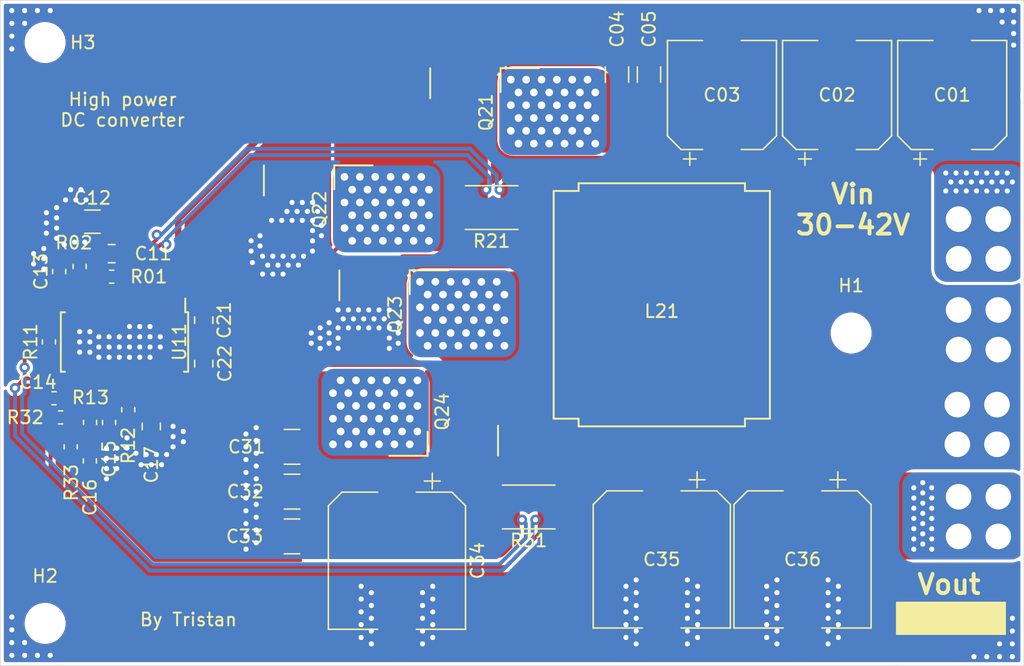
<source format=kicad_pcb>
(kicad_pcb (version 20171130) (host pcbnew 5.1.4-e60b266~84~ubuntu18.04.1)
  (layers (0 F.Cu signal) (31 B.Cu signal) (34 B.Paste user) (35 F.Paste user) (36 B.SilkS user) (37 F.SilkS user) (38 B.Mask user) (39 F.Mask user) (44 Edge.Cuts user))
  (net 0 "")
  (net 1 /Vin)
  (net 2 GND)
  (net 3 "Net-(C12-Pad1)")
  (net 4 "Net-(C13-Pad1)")
  (net 5 "Net-(C14-Pad1)")
  (net 6 "Net-(C15-Pad1)")
  (net 7 "Net-(C16-Pad1)")
  (net 8 /Vout+)
  (net 9 "Net-(C21-Pad2)")
  (net 10 /Vsense+)
  (net 11 /Lside)
  (net 12 "Net-(C22-Pad2)")
  (net 13 /Vout-)
  (net 14 /Vsense-)
  (net 15 "Net-(Q21-Pad1)")
  (net 16 "Net-(Q22-Pad1)")
  (net 17 "Net-(Q23-Pad1)")
  (net 18 "Net-(Q24-Pad1)")
  (net 19 "Net-(R01-Pad1)")
  (net 20 "Net-(R11-Pad1)")
  (net 21 "Net-(R12-Pad2)")
  (net 22 "Net-(R32-Pad1)")
  (module High_power_DC_DC_converter:PA4344_333ANLT (layer F.Cu) (at 181.7 117.8)
    (fp_text reference L21 (at 0 0.5) (layer F.SilkS))
    (fp_text value 47u)
    (pad 2 smd rect (at 0 7.675) (size 12.5 3.15) (layers F.Cu F.Paste F.Mask) (net 11 /Lside))
    (pad 1 smd rect (at 0 -7.675) (size 12.5 3.15) (layers F.Cu F.Paste F.Mask) (net 14 /Vsense-))
  )
  (module Capacitor_SMD:CP_Elec_8x6.5 (layer F.Cu) (at 204.4 101.4 90)
    (fp_text reference C01 (at 0 0 180) (layer F.SilkS))
    (fp_text value 10u)
    (pad 2 smd roundrect (at 3.05 0 90) (size 4 2.5) (layers F.Cu F.Paste F.Mask) (roundrect_rratio 0.1) (net 2 GND))
    (pad 1 smd roundrect (at -3.05 0 90) (size 4 2.5) (layers F.Cu F.Paste F.Mask) (roundrect_rratio 0.1) (net 1 /Vin))
  )
  (module Capacitor_SMD:CP_Elec_8x6.5 (layer F.Cu) (at 195.4 101.4 90)
    (fp_text reference C02 (at 0 0 180) (layer F.SilkS))
    (fp_text value 10u)
    (pad 2 smd roundrect (at 3.05 0 90) (size 4 2.5) (layers F.Cu F.Paste F.Mask) (roundrect_rratio 0.1) (net 2 GND))
    (pad 1 smd roundrect (at -3.05 0 90) (size 4 2.5) (layers F.Cu F.Paste F.Mask) (roundrect_rratio 0.1) (net 1 /Vin))
  )
  (module Capacitor_SMD:CP_Elec_8x6.5 (layer F.Cu) (at 186.4 101.4 90)
    (fp_text reference C03 (at 0 0 180) (layer F.SilkS))
    (fp_text value 10u)
    (pad 2 smd roundrect (at 3.05 0 90) (size 4 2.5) (layers F.Cu F.Paste F.Mask) (roundrect_rratio 0.1) (net 2 GND))
    (pad 1 smd roundrect (at -3.05 0 90) (size 4 2.5) (layers F.Cu F.Paste F.Mask) (roundrect_rratio 0.1) (net 1 /Vin))
  )
  (module Capacitor_SMD:C_1206_3216Metric (layer F.Cu) (at 178.2 99.8 90)
    (fp_text reference C04 (at 3.55 0 270) (layer F.SilkS))
    (fp_text value 4.7u)
    (pad 2 smd roundrect (at 1.4 0 90) (size 1.25 1.75) (layers F.Cu F.Paste F.Mask) (roundrect_rratio 0.2) (net 2 GND))
    (pad 1 smd roundrect (at -1.4 0 90) (size 1.25 1.75) (layers F.Cu F.Paste F.Mask) (roundrect_rratio 0.2) (net 1 /Vin))
  )
  (module Capacitor_SMD:C_1206_3216Metric (layer F.Cu) (at 180.7 99.8 90)
    (fp_text reference C05 (at 3.55 0 270) (layer F.SilkS))
    (fp_text value 4.7u)
    (pad 2 smd roundrect (at 1.4 0 90) (size 1.25 1.75) (layers F.Cu F.Paste F.Mask) (roundrect_rratio 0.2) (net 2 GND))
    (pad 1 smd roundrect (at -1.4 0 90) (size 1.25 1.75) (layers F.Cu F.Paste F.Mask) (roundrect_rratio 0.2) (net 1 /Vin))
  )
  (module Capacitor_SMD:C_0805_2012Metric (layer F.Cu) (at 138.7 113.8 180)
    (fp_text reference C11 (at -3.25 0) (layer F.SilkS))
    (fp_text value 1u)
    (pad 2 smd roundrect (at 0.9375 0 180) (size 0.975 1.4) (layers F.Cu F.Paste F.Mask) (net 2 GND))
    (pad 1 smd roundrect (at -0.9375 0 180) (size 0.975 1.4) (layers F.Cu F.Paste F.Mask) (net 1 /Vin))
  )
  (module Capacitor_SMD:C_1206_3216Metric (layer F.Cu) (at 137.2 111.3 180)
    (fp_text reference C12 (at 0 1.85) (layer F.SilkS))
    (fp_text value 4.7u)
    (pad 2 smd roundrect (at 1.4 0 180) (size 1.25 1.75) (layers F.Cu F.Paste F.Mask) (roundrect_rratio 0.2) (net 2 GND))
    (pad 1 smd roundrect (at -1.4 0 180) (size 1.25 1.75) (layers F.Cu F.Paste F.Mask) (roundrect_rratio 0.2) (net 3 "Net-(C12-Pad1)"))
  )
  (module Capacitor_SMD:C_0603_1608Metric (layer F.Cu) (at 134.6 115.2 90)
    (fp_text reference C13 (at 0 -1.43 90) (layer F.SilkS))
    (fp_text value 0.47u)
    (pad 2 smd roundrect (at 0.7875 0 90) (size 0.875 0.95) (layers F.Cu F.Paste F.Mask) (net 2 GND))
    (pad 1 smd roundrect (at -0.7875 0 90) (size 0.875 0.95) (layers F.Cu F.Paste F.Mask) (net 4 "Net-(C13-Pad1)"))
  )
  (module Capacitor_SMD:C_0603_1608Metric (layer F.Cu) (at 134.2 125.1 180)
    (fp_text reference C14 (at 1.25 1.25) (layer F.SilkS))
    (fp_text value 0.1u)
    (pad 2 smd roundrect (at 0.7875 0 180) (size 0.875 0.95) (layers F.Cu F.Paste F.Mask) (net 2 GND))
    (pad 1 smd roundrect (at -0.7875 0 180) (size 0.875 0.95) (layers F.Cu F.Paste F.Mask) (net 5 "Net-(C14-Pad1)"))
  )
  (module Capacitor_SMD:C_0603_1608Metric (layer F.Cu) (at 138.5 127 270)
    (fp_text reference C15 (at 2.85 0 90) (layer F.SilkS))
    (fp_text value 100p)
    (pad 2 smd roundrect (at 0.7875 0 270) (size 0.875 0.95) (layers F.Cu F.Paste F.Mask) (net 2 GND))
    (pad 1 smd roundrect (at -0.7875 0 270) (size 0.875 0.95) (layers F.Cu F.Paste F.Mask) (net 6 "Net-(C15-Pad1)"))
  )
  (module Capacitor_SMD:C_0603_1608Metric (layer F.Cu) (at 137 130 270)
    (fp_text reference C16 (at 2.85 0 90) (layer F.SilkS))
    (fp_text value 4.7n)
    (pad 2 smd roundrect (at 0.7875 0 270) (size 0.875 0.95) (layers F.Cu F.Paste F.Mask) (net 2 GND))
    (pad 1 smd roundrect (at -0.7875 0 270) (size 0.875 0.95) (layers F.Cu F.Paste F.Mask) (net 7 "Net-(C16-Pad1)"))
  )
  (module Capacitor_SMD:C_0805_2012Metric (layer F.Cu) (at 141.8 127.3 270)
    (fp_text reference C17 (at 3 0 90) (layer F.SilkS))
    (fp_text value 1u)
    (pad 2 smd roundrect (at 0.9375 0 270) (size 0.975 1.4) (layers F.Cu F.Paste F.Mask) (net 2 GND))
    (pad 1 smd roundrect (at -0.9375 0 270) (size 0.975 1.4) (layers F.Cu F.Paste F.Mask) (net 8 /Vout+))
  )
  (module Capacitor_SMD:C_0805_2012Metric (layer F.Cu) (at 145.9 119 90)
    (fp_text reference C21 (at 0 1.6 90) (layer F.SilkS))
    (fp_text value 0.1u)
    (pad 2 smd roundrect (at 0.9375 0 90) (size 0.975 1.4) (layers F.Cu F.Paste F.Mask) (net 9 "Net-(C21-Pad2)"))
    (pad 1 smd roundrect (at -0.9375 0 90) (size 0.975 1.4) (layers F.Cu F.Paste F.Mask) (net 10 /Vsense+))
  )
  (module Capacitor_SMD:C_0805_2012Metric (layer F.Cu) (at 145.9 122.4 270)
    (fp_text reference C22 (at 0 -1.65 90) (layer F.SilkS))
    (fp_text value 0.1u)
    (pad 2 smd roundrect (at 0.9375 0 270) (size 0.975 1.4) (layers F.Cu F.Paste F.Mask) (net 12 "Net-(C22-Pad2)"))
    (pad 1 smd roundrect (at -0.9375 0 270) (size 0.975 1.4) (layers F.Cu F.Paste F.Mask) (net 11 /Lside))
  )
  (module Capacitor_SMD:C_1210_3225Metric (layer F.Cu) (at 152.8 128.9 180)
    (fp_text reference C31 (at 3.55 0) (layer F.SilkS))
    (fp_text value 10u)
    (pad 2 smd roundrect (at 1.4 0 180) (size 1.25 2.65) (layers F.Cu F.Paste F.Mask) (roundrect_rratio 0.2) (net 2 GND))
    (pad 1 smd roundrect (at -1.4 0 180) (size 1.25 2.65) (layers F.Cu F.Paste F.Mask) (roundrect_rratio 0.2) (net 8 /Vout+))
  )
  (module Capacitor_SMD:C_1210_3225Metric (layer F.Cu) (at 152.8 132.4 180)
    (fp_text reference C32 (at 3.65 0) (layer F.SilkS))
    (fp_text value 10u)
    (pad 2 smd roundrect (at 1.4 0 180) (size 1.25 2.65) (layers F.Cu F.Paste F.Mask) (roundrect_rratio 0.2) (net 2 GND))
    (pad 1 smd roundrect (at -1.4 0 180) (size 1.25 2.65) (layers F.Cu F.Paste F.Mask) (roundrect_rratio 0.2) (net 8 /Vout+))
  )
  (module Capacitor_SMD:C_1210_3225Metric (layer F.Cu) (at 152.8 135.9 180)
    (fp_text reference C33 (at 3.7 0) (layer F.SilkS))
    (fp_text value 10u)
    (pad 2 smd roundrect (at 1.4 0 180) (size 1.25 2.65) (layers F.Cu F.Paste F.Mask) (roundrect_rratio 0.2) (net 2 GND))
    (pad 1 smd roundrect (at -1.4 0 180) (size 1.25 2.65) (layers F.Cu F.Paste F.Mask) (roundrect_rratio 0.2) (net 8 /Vout+))
  )
  (module Capacitor_SMD:CP_Elec_10x10.5 (layer F.Cu) (at 161 137.8 270)
    (fp_text reference C34 (at 0 -6.3 90) (layer F.SilkS))
    (fp_text value 47u)
    (pad 2 smd roundrect (at 4.2 0 270) (size 4.4 2.5) (layers F.Cu F.Paste F.Mask) (roundrect_rratio 0.1) (net 2 GND))
    (pad 1 smd roundrect (at -4.2 0 270) (size 4.4 2.5) (layers F.Cu F.Paste F.Mask) (roundrect_rratio 0.1) (net 8 /Vout+))
  )
  (module Capacitor_SMD:CP_Elec_10x10.5 (layer F.Cu) (at 181.7 137.7 270)
    (fp_text reference C35 (at 0 0 180) (layer F.SilkS))
    (fp_text value 47u)
    (pad 2 smd roundrect (at 4.2 0 270) (size 4.4 2.5) (layers F.Cu F.Paste F.Mask) (roundrect_rratio 0.1) (net 2 GND))
    (pad 1 smd roundrect (at -4.2 0 270) (size 4.4 2.5) (layers F.Cu F.Paste F.Mask) (roundrect_rratio 0.1) (net 13 /Vout-))
  )
  (module Capacitor_SMD:CP_Elec_10x10.5 (layer F.Cu) (at 192.7 137.7 270)
    (fp_text reference C36 (at 0 0 180) (layer F.SilkS))
    (fp_text value 47u)
    (pad 2 smd roundrect (at 4.2 0 270) (size 4.4 2.5) (layers F.Cu F.Paste F.Mask) (roundrect_rratio 0.1) (net 2 GND))
    (pad 1 smd roundrect (at -4.2 0 270) (size 4.4 2.5) (layers F.Cu F.Paste F.Mask) (roundrect_rratio 0.1) (net 13 /Vout-))
  )
  (module High_power_DC_DC_converter:DPAK (layer F.Cu) (at 172.6 102.7 270)
    (fp_text reference Q21 (at 0.05 4.64 90) (layer F.SilkS))
    (fp_text value Q_NMOS_GDS)
    (pad 1 smd rect (at -2.285 7.18 270) (size 1.6 3) (layers F.Cu F.Paste F.Mask) (net 15 "Net-(Q21-Pad1)"))
    (pad 3 smd rect (at 2.285 7.18 270) (size 1.6 3) (layers F.Cu F.Paste F.Mask) (net 10 /Vsense+))
    (pad 2 smd rect (at 0 0 270) (size 5.8 6.2) (layers F.Cu F.Paste F.Mask) (net 1 /Vin))
  )
  (module High_power_DC_DC_converter:DPAK (layer F.Cu) (at 159.6 110.3 270)
    (fp_text reference Q22 (at 0.05 4.64 90) (layer F.SilkS))
    (fp_text value Q_NMOS_GDS)
    (pad 1 smd rect (at -2.285 7.18 270) (size 1.6 3) (layers F.Cu F.Paste F.Mask) (net 16 "Net-(Q22-Pad1)"))
    (pad 3 smd rect (at 2.285 7.18 270) (size 1.6 3) (layers F.Cu F.Paste F.Mask) (net 2 GND))
    (pad 2 smd rect (at 0 0 270) (size 5.8 6.2) (layers F.Cu F.Paste F.Mask) (net 10 /Vsense+))
  )
  (module High_power_DC_DC_converter:DPAK (layer F.Cu) (at 165.5 118.5 270)
    (fp_text reference Q23 (at 0.05 4.64 90) (layer F.SilkS))
    (fp_text value Q_NMOS_GDS)
    (pad 1 smd rect (at -2.285 7.18 270) (size 1.6 3) (layers F.Cu F.Paste F.Mask) (net 17 "Net-(Q23-Pad1)"))
    (pad 3 smd rect (at 2.285 7.18 270) (size 1.6 3) (layers F.Cu F.Paste F.Mask) (net 2 GND))
    (pad 2 smd rect (at 0 0 270) (size 5.8 6.2) (layers F.Cu F.Paste F.Mask) (net 11 /Lside))
  )
  (module High_power_DC_DC_converter:DPAK (layer F.Cu) (at 159.9 126.2 90)
    (fp_text reference Q24 (at 0.05 4.64 90) (layer F.SilkS))
    (fp_text value Q_NMOS_GDS)
    (pad 1 smd rect (at -2.285 7.18 90) (size 1.6 3) (layers F.Cu F.Paste F.Mask) (net 18 "Net-(Q24-Pad1)"))
    (pad 3 smd rect (at 2.285 7.18 90) (size 1.6 3) (layers F.Cu F.Paste F.Mask) (net 11 /Lside))
    (pad 2 smd rect (at 0 0 90) (size 5.8 6.2) (layers F.Cu F.Paste F.Mask) (net 8 /Vout+))
  )
  (module Resistor_SMD:R_0603_1608Metric (layer F.Cu) (at 138.7 115.6)
    (fp_text reference R01 (at 2.9 0) (layer F.SilkS))
    (fp_text value 120k)
    (pad 2 smd roundrect (at 0.7875 0) (size 0.875 0.95) (layers F.Cu F.Paste F.Mask) (net 1 /Vin))
    (pad 1 smd roundrect (at -0.7875 0) (size 0.875 0.95) (layers F.Cu F.Paste F.Mask) (net 19 "Net-(R01-Pad1)"))
  )
  (module Resistor_SMD:R_0603_1608Metric (layer F.Cu) (at 136.2 114.8 270)
    (fp_text reference R02 (at -1.85 0.45 180) (layer F.SilkS))
    (fp_text value 5.1k)
    (pad 2 smd roundrect (at 0.7875 0 270) (size 0.875 0.95) (layers F.Cu F.Paste F.Mask) (net 19 "Net-(R01-Pad1)"))
    (pad 1 smd roundrect (at -0.7875 0 270) (size 0.875 0.95) (layers F.Cu F.Paste F.Mask) (net 2 GND))
  )
  (module Resistor_SMD:R_0603_1608Metric (layer F.Cu) (at 133.8 120.7 90)
    (fp_text reference R11 (at 0 -1.43 90) (layer F.SilkS))
    (fp_text value 100k)
    (pad 2 smd roundrect (at 0.7875 0 90) (size 0.875 0.95) (layers F.Cu F.Paste F.Mask) (net 3 "Net-(C12-Pad1)"))
    (pad 1 smd roundrect (at -0.7875 0 90) (size 0.875 0.95) (layers F.Cu F.Paste F.Mask) (net 20 "Net-(R11-Pad1)"))
  )
  (module Resistor_SMD:R_0603_1608Metric (layer F.Cu) (at 140 126 90)
    (fp_text reference R12 (at -2.8 0 90) (layer F.SilkS))
    (fp_text value 100k)
    (pad 2 smd roundrect (at 0.7875 0 90) (size 0.875 0.95) (layers F.Cu F.Paste F.Mask) (net 21 "Net-(R12-Pad2)"))
    (pad 1 smd roundrect (at -0.7875 0 90) (size 0.875 0.95) (layers F.Cu F.Paste F.Mask) (net 2 GND))
  )
  (module Resistor_SMD:R_0603_1608Metric (layer F.Cu) (at 137.015001 126.994999 90)
    (fp_text reference R13 (at 1.944999 0.034999 180) (layer F.SilkS))
    (fp_text value 27k)
    (pad 2 smd roundrect (at 0.7875 0 90) (size 0.875 0.95) (layers F.Cu F.Paste F.Mask) (net 6 "Net-(C15-Pad1)"))
    (pad 1 smd roundrect (at -0.7875 0 90) (size 0.875 0.95) (layers F.Cu F.Paste F.Mask) (net 7 "Net-(C16-Pad1)"))
  )
  (module Resistor_SMD:R_2512_6332Metric (layer F.Cu) (at 168.4 110.2 180)
    (fp_text reference R21 (at 0 -2.62) (layer F.SilkS))
    (fp_text value 11m)
    (pad 2 smd roundrect (at 2.9 0 180) (size 1.35 3.35) (layers F.Cu F.Paste F.Mask) (roundrect_rratio 0.185185) (net 10 /Vsense+))
    (pad 1 smd roundrect (at -2.9 0 180) (size 1.35 3.35) (layers F.Cu F.Paste F.Mask) (roundrect_rratio 0.185185) (net 14 /Vsense-))
  )
  (module Resistor_SMD:R_2512_6332Metric (layer F.Cu) (at 171.3 133.6 180)
    (fp_text reference R31 (at 0 -2.62) (layer F.SilkS))
    (fp_text value 13m)
    (pad 2 smd roundrect (at 2.9 0 180) (size 1.35 3.35) (layers F.Cu F.Paste F.Mask) (roundrect_rratio 0.185185) (net 8 /Vout+))
    (pad 1 smd roundrect (at -2.9 0 180) (size 1.35 3.35) (layers F.Cu F.Paste F.Mask) (roundrect_rratio 0.185185) (net 13 /Vout-))
  )
  (module Resistor_SMD:R_0603_1608Metric (layer F.Cu) (at 134.7125 126.6 180)
    (fp_text reference R32 (at 2.7625 0) (layer F.SilkS))
    (fp_text value 126k)
    (pad 2 smd roundrect (at 0.7875 0 180) (size 0.875 0.95) (layers F.Cu F.Paste F.Mask) (net 13 /Vout-))
    (pad 1 smd roundrect (at -0.7875 0 180) (size 0.875 0.95) (layers F.Cu F.Paste F.Mask) (net 22 "Net-(R32-Pad1)"))
  )
  (module Resistor_SMD:R_0603_1608Metric (layer F.Cu) (at 135.5 128.9 90)
    (fp_text reference R33 (at -2.8 0.05 90) (layer F.SilkS))
    (fp_text value 3.6k)
    (pad 2 smd roundrect (at 0.7875 0 90) (size 0.875 0.95) (layers F.Cu F.Paste F.Mask) (net 22 "Net-(R32-Pad1)"))
    (pad 1 smd roundrect (at -0.7875 0 90) (size 0.875 0.95) (layers F.Cu F.Paste F.Mask) (net 2 GND))
  )
  (module High_power_DC_DC_converter:TSSOP-28-1EP_4.4x9.7mm_P0.65mm (layer F.Cu) (at 139.704999 120.705001 270)
    (fp_text reference U11 (at 0 -4.295001 90) (layer F.SilkS))
    (fp_text value LT8390)
    (pad 29 smd rect (at 0 0 270) (size 2.74 4.75) (layers F.Cu F.Paste F.Mask) (net 2 GND))
    (pad 28 smd rect (at 2.85 -4.225 270) (size 1.1 0.4) (layers F.Cu F.Paste F.Mask) (net 17 "Net-(Q23-Pad1)"))
    (pad 27 smd rect (at 2.85 -3.575 270) (size 1.1 0.4) (layers F.Cu F.Paste F.Mask) (net 12 "Net-(C22-Pad2)"))
    (pad 26 smd rect (at 2.85 -2.925 270) (size 1.1 0.4) (layers F.Cu F.Paste F.Mask) (net 11 /Lside))
    (pad 25 smd rect (at 2.85 -2.275 270) (size 1.1 0.4) (layers F.Cu F.Paste F.Mask) (net 18 "Net-(Q24-Pad1)"))
    (pad 24 smd rect (at 2.85 -1.625 270) (size 1.1 0.4) (layers F.Cu F.Paste F.Mask) (net 8 /Vout+))
    (pad 23 smd rect (at 2.85 -0.975 270) (size 1.1 0.4) (layers F.Cu F.Paste F.Mask))
    (pad 22 smd rect (at 2.85 -0.325 270) (size 1.1 0.4) (layers F.Cu F.Paste F.Mask) (net 2 GND))
    (pad 21 smd rect (at 2.85 0.325 270) (size 1.1 0.4) (layers F.Cu F.Paste F.Mask) (net 21 "Net-(R12-Pad2)"))
    (pad 20 smd rect (at 2.85 0.975 270) (size 1.1 0.4) (layers F.Cu F.Paste F.Mask) (net 6 "Net-(C15-Pad1)"))
    (pad 19 smd rect (at 2.85 1.625 270) (size 1.1 0.4) (layers F.Cu F.Paste F.Mask) (net 22 "Net-(R32-Pad1)"))
    (pad 18 smd rect (at 2.85 2.275 270) (size 1.1 0.4) (layers F.Cu F.Paste F.Mask) (net 5 "Net-(C14-Pad1)"))
    (pad 17 smd rect (at 2.85 2.925 270) (size 1.1 0.4) (layers F.Cu F.Paste F.Mask) (net 20 "Net-(R11-Pad1)"))
    (pad 16 smd rect (at 2.85 3.575 270) (size 1.1 0.4) (layers F.Cu F.Paste F.Mask))
    (pad 15 smd rect (at 2.85 4.225 270) (size 1.1 0.4) (layers F.Cu F.Paste F.Mask) (net 13 /Vout-))
    (pad 14 smd rect (at -2.85 4.225 270) (size 1.1 0.4) (layers F.Cu F.Paste F.Mask) (net 8 /Vout+))
    (pad 13 smd rect (at -2.85 3.575 270) (size 1.1 0.4) (layers F.Cu F.Paste F.Mask) (net 4 "Net-(C13-Pad1)"))
    (pad 12 smd rect (at -2.85 2.925 270) (size 1.1 0.4) (layers F.Cu F.Paste F.Mask) (net 4 "Net-(C13-Pad1)"))
    (pad 11 smd rect (at -2.85 2.275 270) (size 1.1 0.4) (layers F.Cu F.Paste F.Mask) (net 4 "Net-(C13-Pad1)"))
    (pad 10 smd rect (at -2.85 1.625 270) (size 1.1 0.4) (layers F.Cu F.Paste F.Mask))
    (pad 9 smd rect (at -2.85 0.975 270) (size 1.1 0.4) (layers F.Cu F.Paste F.Mask) (net 19 "Net-(R01-Pad1)"))
    (pad 8 smd rect (at -2.85 0.325 270) (size 1.1 0.4) (layers F.Cu F.Paste F.Mask) (net 3 "Net-(C12-Pad1)"))
    (pad 7 smd rect (at -2.85 -0.325 270) (size 1.1 0.4) (layers F.Cu F.Paste F.Mask) (net 1 /Vin))
    (pad 6 smd rect (at -2.85 -0.975 270) (size 1.1 0.4) (layers F.Cu F.Paste F.Mask) (net 14 /Vsense-))
    (pad 5 smd rect (at -2.85 -1.625 270) (size 1.1 0.4) (layers F.Cu F.Paste F.Mask) (net 10 /Vsense+))
    (pad 4 smd rect (at -2.85 -2.275 270) (size 1.1 0.4) (layers F.Cu F.Paste F.Mask) (net 15 "Net-(Q21-Pad1)"))
    (pad 3 smd rect (at -2.85 -2.925 270) (size 1.1 0.4) (layers F.Cu F.Paste F.Mask) (net 10 /Vsense+))
    (pad 2 smd rect (at -2.85 -3.575 270) (size 1.1 0.4) (layers F.Cu F.Paste F.Mask) (net 9 "Net-(C21-Pad2)"))
    (pad 1 smd rect (at -2.85 -4.225 270) (size 1.1 0.4) (layers F.Cu F.Paste F.Mask) (net 16 "Net-(Q22-Pad1)"))
  )
  (module MountingHole:MountingHole_2.7mm_M2.5 (layer F.Cu) (at 196.5 120)
    (fp_text reference H1 (at 0 -3.7) (layer F.SilkS))
    (fp_text value MountingHole)
    (pad 1 np_thru_hole circle (at 0 0) (size 2.7 2.7) (drill 2.7) (layers *.Cu *.Mask))
  )
  (module MountingHole:MountingHole_2.7mm_M2.5 (layer F.Cu) (at 133.5 142.7)
    (fp_text reference H2 (at 0 -3.7) (layer F.SilkS))
    (fp_text value MountingHole)
    (pad 1 np_thru_hole circle (at 0 0) (size 2.7 2.7) (drill 2.7) (layers *.Cu *.Mask))
  )
  (module MountingHole:MountingHole_2.7mm_M2.5 (layer F.Cu) (at 133.5 97.3)
    (fp_text reference H3 (at 2.95 0) (layer F.SilkS))
    (fp_text value MountingHole)
    (pad 1 np_thru_hole circle (at 0 0) (size 2.7 2.7) (drill 2.7) (layers *.Cu *.Mask))
  )
  (gr_text "By Tristan" (at 144.7 142.4) (layer F.SilkS) (effects (font (size 1 1))))
  (gr_text "High power\nDC converter\n" (at 139.55 102.55) (layer F.SilkS) (effects (font (size 1 1))))
  (gr_poly (pts (xy 200.05 141.05) (xy 208.55 141.05) (xy 208.55 143.55) (xy 200.05 143.55)) (layer F.SilkS) (width 0.1))
  (gr_text "Vin\n30-42V" (at 196.65 110.35) (layer F.SilkS) (effects (font (size 1.5 1.5) (thickness 0.3))))
  (gr_text Vout (at 204.15 139.65) (layer F.SilkS) (effects (font (size 1.5 1.5) (thickness 0.3))))
  (gr_line (start 210 146) (end 210 94) (layer Edge.Cuts) (width 0.05))
  (gr_line (start 200 146) (end 210 146) (layer Edge.Cuts) (width 0.05))
  (gr_line (start 130 146) (end 200 146) (layer Edge.Cuts) (width 0.05))
  (gr_line (start 130 94) (end 130 146) (layer Edge.Cuts) (width 0.05))
  (gr_line (start 210 94) (end 130 94) (layer Edge.Cuts) (width 0.05))
  (via (at 175.3 105.2) (size 1.2) (drill 0.6) (layers F.Cu B.Cu) (net 1))
  (via (at 174.7 104.2) (size 1.2) (drill 0.6) (layers F.Cu B.Cu) (net 1))
  (via (at 175.3 103.2) (size 1.2) (drill 0.6) (layers F.Cu B.Cu) (net 1))
  (via (at 174.7 102.2) (size 1.2) (drill 0.6) (layers F.Cu B.Cu) (net 1))
  (via (at 175.3 101.2) (size 1.2) (drill 0.6) (layers F.Cu B.Cu) (net 1))
  (via (at 174.1 101.2) (size 1.2) (drill 0.6) (layers F.Cu B.Cu) (net 1))
  (via (at 173.5 102.2) (size 1.2) (drill 0.6) (layers F.Cu B.Cu) (net 1))
  (via (at 174.1 103.2) (size 1.2) (drill 0.6) (layers F.Cu B.Cu) (net 1))
  (via (at 174.1 105.2) (size 1.2) (drill 0.6) (layers F.Cu B.Cu) (net 1))
  (via (at 172.9 105.2) (size 1.2) (drill 0.6) (layers F.Cu B.Cu) (net 1))
  (via (at 171.7 105.2) (size 1.2) (drill 0.6) (layers F.Cu B.Cu) (net 1))
  (via (at 170.5 105.2) (size 1.2) (drill 0.6) (layers F.Cu B.Cu) (net 1))
  (via (at 169.9 104.2) (size 1.2) (drill 0.6) (layers F.Cu B.Cu) (net 1))
  (via (at 172.9 101.2) (size 1.2) (drill 0.6) (layers F.Cu B.Cu) (net 1))
  (via (at 171.1 104.2) (size 1.2) (drill 0.6) (layers F.Cu B.Cu) (net 1))
  (via (at 169.9 102.2) (size 1.2) (drill 0.6) (layers F.Cu B.Cu) (net 1))
  (via (at 170.5 103.2) (size 1.2) (drill 0.6) (layers F.Cu B.Cu) (net 1))
  (via (at 173.5 104.2) (size 1.2) (drill 0.6) (layers F.Cu B.Cu) (net 1))
  (via (at 172.3 104.2) (size 1.2) (drill 0.6) (layers F.Cu B.Cu) (net 1))
  (via (at 172.9 103.2) (size 1.2) (drill 0.6) (layers F.Cu B.Cu) (net 1))
  (via (at 171.7 103.2) (size 1.2) (drill 0.6) (layers F.Cu B.Cu) (net 1))
  (via (at 172.3 102.2) (size 1.2) (drill 0.6) (layers F.Cu B.Cu) (net 1))
  (via (at 171.1 102.2) (size 1.2) (drill 0.6) (layers F.Cu B.Cu) (net 1))
  (via (at 171.7 101.2) (size 1.2) (drill 0.6) (layers F.Cu B.Cu) (net 1))
  (via (at 170.5 101.2) (size 1.2) (drill 0.6) (layers F.Cu B.Cu) (net 1))
  (via (at 174.7 100.2) (size 1.2) (drill 0.6) (layers F.Cu B.Cu) (net 1))
  (via (at 173.5 100.2) (size 1.2) (drill 0.6) (layers F.Cu B.Cu) (net 1))
  (via (at 172.3 100.2) (size 1.2) (drill 0.6) (layers F.Cu B.Cu) (net 1))
  (via (at 171.1 100.2) (size 1.2) (drill 0.6) (layers F.Cu B.Cu) (net 1))
  (segment (start 140.029999 116.142499) (end 139.4875 115.6) (width 0.5) (layer F.Cu) (net 1))
  (segment (start 140.029999 117.855001) (end 140.029999 116.142499) (width 0.5) (layer F.Cu) (net 1))
  (segment (start 139.4875 113.95) (end 139.6375 113.8) (width 0.5) (layer F.Cu) (net 1))
  (segment (start 139.4875 115.6) (end 139.4875 113.95) (width 0.5) (layer F.Cu) (net 1))
  (segment (start 168.7 99) (end 169.9 100.2) (width 0.5) (layer F.Cu) (net 1))
  (segment (start 154.3 99) (end 168.7 99) (width 0.5) (layer F.Cu) (net 1))
  (segment (start 139.6375 113.8) (end 139.6375 113.6625) (width 0.5) (layer F.Cu) (net 1))
  (segment (start 139.6375 113.6625) (end 154.3 99) (width 0.5) (layer F.Cu) (net 1))
  (via (at 204.9 114.2) (size 3) (drill 2) (layers F.Cu B.Cu) (net 1))
  (via (at 208 114.2) (size 3) (drill 2) (layers F.Cu B.Cu) (net 1))
  (via (at 208 111.1) (size 3) (drill 2) (layers F.Cu B.Cu) (net 1))
  (via (at 204.9 111.1) (size 3) (drill 2) (layers F.Cu B.Cu) (net 1))
  (via (at 203.9 107.5) (size 0.8) (drill 0.4) (layers F.Cu B.Cu) (net 1))
  (via (at 204.7 107.5) (size 0.8) (drill 0.4) (layers F.Cu B.Cu) (net 1))
  (via (at 205.5 107.5) (size 0.8) (drill 0.4) (layers F.Cu B.Cu) (net 1))
  (via (at 206.3 107.5) (size 0.8) (drill 0.4) (layers F.Cu B.Cu) (net 1))
  (via (at 207.1 107.5) (size 0.8) (drill 0.4) (layers F.Cu B.Cu) (net 1))
  (via (at 207.9 107.5) (size 0.8) (drill 0.4) (layers F.Cu B.Cu) (net 1))
  (via (at 208.7 107.5) (size 0.8) (drill 0.4) (layers F.Cu B.Cu) (net 1))
  (via (at 204.3 108.2) (size 0.8) (drill 0.4) (layers F.Cu B.Cu) (net 1))
  (via (at 205.1 108.2) (size 0.8) (drill 0.4) (layers F.Cu B.Cu) (net 1))
  (via (at 205.9 108.2) (size 0.8) (drill 0.4) (layers F.Cu B.Cu) (net 1))
  (via (at 206.7 108.2) (size 0.8) (drill 0.4) (layers F.Cu B.Cu) (net 1))
  (via (at 207.5 108.2) (size 0.8) (drill 0.4) (layers F.Cu B.Cu) (net 1))
  (via (at 208.3 108.2) (size 0.8) (drill 0.4) (layers F.Cu B.Cu) (net 1))
  (via (at 209.1 108.2) (size 0.8) (drill 0.4) (layers F.Cu B.Cu) (net 1))
  (via (at 208.7 108.9) (size 0.8) (drill 0.4) (layers F.Cu B.Cu) (net 1))
  (via (at 207.9 108.9) (size 0.8) (drill 0.4) (layers F.Cu B.Cu) (net 1))
  (via (at 207.1 108.9) (size 0.8) (drill 0.4) (layers F.Cu B.Cu) (net 1))
  (via (at 206.3 108.9) (size 0.8) (drill 0.4) (layers F.Cu B.Cu) (net 1))
  (via (at 205.5 108.9) (size 0.8) (drill 0.4) (layers F.Cu B.Cu) (net 1))
  (via (at 204.7 108.9) (size 0.8) (drill 0.4) (layers F.Cu B.Cu) (net 1))
  (via (at 203.9 108.9) (size 0.8) (drill 0.4) (layers F.Cu B.Cu) (net 1))
  (via (at 169.9 100.2) (size 1.2) (drill 0.6) (layers F.Cu B.Cu) (net 1))
  (via (at 175.9 100.2) (size 1.2) (drill 0.6) (layers F.Cu B.Cu) (net 1))
  (via (at 176.5 101.2) (size 1.2) (drill 0.6) (layers F.Cu B.Cu) (net 1))
  (via (at 175.9 102.2) (size 1.2) (drill 0.6) (layers F.Cu B.Cu) (net 1))
  (via (at 175.9 104.2) (size 1.2) (drill 0.6) (layers F.Cu B.Cu) (net 1))
  (via (at 176.5 103.2) (size 1.2) (drill 0.6) (layers F.Cu B.Cu) (net 1))
  (via (at 176.5 105.2) (size 1.2) (drill 0.6) (layers F.Cu B.Cu) (net 1))
  (via (at 140.1 119.5) (size 0.8) (drill 0.4) (layers F.Cu B.Cu) (net 2))
  (via (at 140.9 119.5) (size 0.8) (drill 0.4) (layers F.Cu B.Cu) (net 2))
  (via (at 137.7 120.3) (size 0.8) (drill 0.4) (layers F.Cu B.Cu) (net 2))
  (via (at 138.5 120.3) (size 0.8) (drill 0.4) (layers F.Cu B.Cu) (net 2))
  (via (at 139.3 120.3) (size 0.8) (drill 0.4) (layers F.Cu B.Cu) (net 2))
  (via (at 140.1 120.3) (size 0.8) (drill 0.4) (layers F.Cu B.Cu) (net 2))
  (via (at 140.9 120.3) (size 0.8) (drill 0.4) (layers F.Cu B.Cu) (net 2))
  (via (at 137.7 121.1) (size 0.8) (drill 0.4) (layers F.Cu B.Cu) (net 2))
  (via (at 138.5 121.1) (size 0.8) (drill 0.4) (layers F.Cu B.Cu) (net 2))
  (via (at 139.3 121.1) (size 0.8) (drill 0.4) (layers F.Cu B.Cu) (net 2))
  (via (at 140.1 121.1) (size 0.8) (drill 0.4) (layers F.Cu B.Cu) (net 2))
  (via (at 140.9 121.1) (size 0.8) (drill 0.4) (layers F.Cu B.Cu) (net 2))
  (via (at 137.7 121.9) (size 0.8) (drill 0.4) (layers F.Cu B.Cu) (net 2))
  (via (at 138.5 121.9) (size 0.8) (drill 0.4) (layers F.Cu B.Cu) (net 2))
  (via (at 139.3 121.9) (size 0.8) (drill 0.4) (layers F.Cu B.Cu) (net 2))
  (via (at 140.1 121.9) (size 0.8) (drill 0.4) (layers F.Cu B.Cu) (net 2))
  (via (at 140.9 121.9) (size 0.8) (drill 0.4) (layers F.Cu B.Cu) (net 2))
  (via (at 141.7 120.3) (size 0.8) (drill 0.4) (layers F.Cu B.Cu) (net 2))
  (via (at 141.7 121.9) (size 0.8) (drill 0.4) (layers F.Cu B.Cu) (net 2))
  (via (at 141.7 121.1) (size 0.8) (drill 0.4) (layers F.Cu B.Cu) (net 2))
  (via (at 141.7 119.5) (size 0.8) (drill 0.4) (layers F.Cu B.Cu) (net 2))
  (via (at 137 120.7) (size 0.8) (drill 0.4) (layers F.Cu B.Cu) (net 2))
  (via (at 137 119.9) (size 0.8) (drill 0.4) (layers F.Cu B.Cu) (net 2))
  (via (at 137 121.5) (size 0.8) (drill 0.4) (layers F.Cu B.Cu) (net 2))
  (via (at 136.2 121.5) (size 0.8) (drill 0.4) (layers F.Cu B.Cu) (net 2))
  (via (at 136.2 119.9) (size 0.8) (drill 0.4) (layers F.Cu B.Cu) (net 2))
  (via (at 136.2 120.7) (size 0.8) (drill 0.4) (layers F.Cu B.Cu) (net 2))
  (via (at 142.5 120.3) (size 0.8) (drill 0.4) (layers F.Cu B.Cu) (net 2))
  (via (at 142.5 121.1) (size 0.8) (drill 0.4) (layers F.Cu B.Cu) (net 2))
  (via (at 134.4 110.2) (size 0.8) (drill 0.4) (layers F.Cu B.Cu) (net 2))
  (via (at 134.4 111) (size 0.8) (drill 0.4) (layers F.Cu B.Cu) (net 2))
  (via (at 134.4 111.8) (size 0.8) (drill 0.4) (layers F.Cu B.Cu) (net 2))
  (via (at 134.4 112.6) (size 0.8) (drill 0.4) (layers F.Cu B.Cu) (net 2))
  (via (at 133.6 110.6) (size 0.8) (drill 0.4) (layers F.Cu B.Cu) (net 2))
  (via (at 133.6 111.4) (size 0.8) (drill 0.4) (layers F.Cu B.Cu) (net 2))
  (via (at 133.6 112.2) (size 0.8) (drill 0.4) (layers F.Cu B.Cu) (net 2))
  (via (at 135.1 109.6) (size 0.8) (drill 0.4) (layers F.Cu B.Cu) (net 2))
  (via (at 135.9 109.6) (size 0.8) (drill 0.4) (layers F.Cu B.Cu) (net 2))
  (via (at 136.7 109.6) (size 0.8) (drill 0.4) (layers F.Cu B.Cu) (net 2))
  (via (at 136.3 108.8) (size 0.8) (drill 0.4) (layers F.Cu B.Cu) (net 2))
  (via (at 135.5 108.8) (size 0.8) (drill 0.4) (layers F.Cu B.Cu) (net 2))
  (via (at 133.4 113.4) (size 0.8) (drill 0.4) (layers F.Cu B.Cu) (net 2))
  (via (at 133.4 114.2) (size 0.8) (drill 0.4) (layers F.Cu B.Cu) (net 2))
  (via (at 133.4 115) (size 0.8) (drill 0.4) (layers F.Cu B.Cu) (net 2))
  (via (at 132.6 114.6) (size 0.8) (drill 0.4) (layers F.Cu B.Cu) (net 2))
  (via (at 132.6 113.8) (size 0.8) (drill 0.4) (layers F.Cu B.Cu) (net 2))
  (via (at 135 113.1) (size 0.8) (drill 0.4) (layers F.Cu B.Cu) (net 2))
  (via (at 135.8 112.9) (size 0.8) (drill 0.4) (layers F.Cu B.Cu) (net 2))
  (via (at 136.6 112.9) (size 0.8) (drill 0.4) (layers F.Cu B.Cu) (net 2))
  (via (at 138.3 131.4) (size 0.8) (drill 0.4) (layers F.Cu B.Cu) (net 2))
  (via (at 138.3 130.6) (size 0.8) (drill 0.4) (layers F.Cu B.Cu) (net 2))
  (via (at 138.3 129.8) (size 0.8) (drill 0.4) (layers F.Cu B.Cu) (net 2))
  (via (at 138.3 129) (size 0.8) (drill 0.4) (layers F.Cu B.Cu) (net 2))
  (via (at 139.1 129) (size 0.8) (drill 0.4) (layers F.Cu B.Cu) (net 2))
  (via (at 139.9 129) (size 0.8) (drill 0.4) (layers F.Cu B.Cu) (net 2))
  (via (at 140.6 129.4) (size 0.8) (drill 0.4) (layers F.Cu B.Cu) (net 2))
  (via (at 141.4 129.5) (size 0.8) (drill 0.4) (layers F.Cu B.Cu) (net 2))
  (via (at 142.2 129.5) (size 0.8) (drill 0.4) (layers F.Cu B.Cu) (net 2))
  (via (at 143 129.5) (size 0.8) (drill 0.4) (layers F.Cu B.Cu) (net 2))
  (via (at 139.1 129.8) (size 0.8) (drill 0.4) (layers F.Cu B.Cu) (net 2))
  (via (at 139.1 130.6) (size 0.8) (drill 0.4) (layers F.Cu B.Cu) (net 2))
  (via (at 139.9 128.2) (size 0.8) (drill 0.4) (layers F.Cu B.Cu) (net 2))
  (via (at 143.5 128.9) (size 0.8) (drill 0.4) (layers F.Cu B.Cu) (net 2))
  (via (at 143.5 128.1) (size 0.8) (drill 0.4) (layers F.Cu B.Cu) (net 2))
  (via (at 143.5 127.3) (size 0.8) (drill 0.4) (layers F.Cu B.Cu) (net 2))
  (via (at 144.3 127.7) (size 0.8) (drill 0.4) (layers F.Cu B.Cu) (net 2))
  (via (at 144.3 128.5) (size 0.8) (drill 0.4) (layers F.Cu B.Cu) (net 2))
  (via (at 142.6 130.3) (size 0.8) (drill 0.4) (layers F.Cu B.Cu) (net 2))
  (via (at 141.8 130.3) (size 0.8) (drill 0.4) (layers F.Cu B.Cu) (net 2))
  (via (at 141 130.3) (size 0.8) (drill 0.4) (layers F.Cu B.Cu) (net 2))
  (via (at 151.2 111.2) (size 0.8) (drill 0.4) (layers F.Cu B.Cu) (net 2))
  (via (at 152 111.2) (size 0.8) (drill 0.4) (layers F.Cu B.Cu) (net 2))
  (via (at 152.8 111.2) (size 0.8) (drill 0.4) (layers F.Cu B.Cu) (net 2))
  (via (at 153.6 111.2) (size 0.8) (drill 0.4) (layers F.Cu B.Cu) (net 2))
  (via (at 154.4 111.2) (size 0.8) (drill 0.4) (layers F.Cu B.Cu) (net 2))
  (via (at 154.4 112) (size 0.8) (drill 0.4) (layers F.Cu B.Cu) (net 2))
  (via (at 154.4 112.8) (size 0.8) (drill 0.4) (layers F.Cu B.Cu) (net 2))
  (via (at 154.4 113.6) (size 0.8) (drill 0.4) (layers F.Cu B.Cu) (net 2))
  (via (at 153.7 114) (size 0.8) (drill 0.4) (layers F.Cu B.Cu) (net 2))
  (via (at 152.9 114) (size 0.8) (drill 0.4) (layers F.Cu B.Cu) (net 2))
  (via (at 152.1 114) (size 0.8) (drill 0.4) (layers F.Cu B.Cu) (net 2))
  (via (at 151.3 114) (size 0.8) (drill 0.4) (layers F.Cu B.Cu) (net 2))
  (via (at 150.5 114) (size 0.8) (drill 0.4) (layers F.Cu B.Cu) (net 2))
  (via (at 150.3 113.2) (size 0.8) (drill 0.4) (layers F.Cu B.Cu) (net 2))
  (via (at 150.3 112.4) (size 0.8) (drill 0.4) (layers F.Cu B.Cu) (net 2))
  (via (at 149.6 112.8) (size 0.8) (drill 0.4) (layers F.Cu B.Cu) (net 2))
  (via (at 149.6 113.6) (size 0.8) (drill 0.4) (layers F.Cu B.Cu) (net 2))
  (via (at 149.7 114.5) (size 0.8) (drill 0.4) (layers F.Cu B.Cu) (net 2))
  (via (at 150.9 114.7) (size 0.8) (drill 0.4) (layers F.Cu B.Cu) (net 2))
  (via (at 151.7 114.7) (size 0.8) (drill 0.4) (layers F.Cu B.Cu) (net 2))
  (via (at 152.5 114.7) (size 0.8) (drill 0.4) (layers F.Cu B.Cu) (net 2))
  (via (at 153.3 114.7) (size 0.8) (drill 0.4) (layers F.Cu B.Cu) (net 2))
  (via (at 155.1 112.4) (size 0.8) (drill 0.4) (layers F.Cu B.Cu) (net 2))
  (via (at 155.1 111.6) (size 0.8) (drill 0.4) (layers F.Cu B.Cu) (net 2))
  (via (at 154 110.5) (size 0.8) (drill 0.4) (layers F.Cu B.Cu) (net 2))
  (via (at 153.2 110.5) (size 0.8) (drill 0.4) (layers F.Cu B.Cu) (net 2))
  (via (at 152.4 110.5) (size 0.8) (drill 0.4) (layers F.Cu B.Cu) (net 2))
  (via (at 152.8 109.8) (size 0.8) (drill 0.4) (layers F.Cu B.Cu) (net 2))
  (via (at 153.6 109.8) (size 0.8) (drill 0.4) (layers F.Cu B.Cu) (net 2))
  (via (at 154.4 109.8) (size 0.8) (drill 0.4) (layers F.Cu B.Cu) (net 2))
  (via (at 154.8 110.5) (size 0.8) (drill 0.4) (layers F.Cu B.Cu) (net 2))
  (via (at 151.3 115.4) (size 0.8) (drill 0.4) (layers F.Cu B.Cu) (net 2))
  (via (at 152.1 115.4) (size 0.8) (drill 0.4) (layers F.Cu B.Cu) (net 2))
  (via (at 150.5 115.4) (size 0.8) (drill 0.4) (layers F.Cu B.Cu) (net 2))
  (via (at 160.4 121.2) (size 0.8) (drill 0.4) (layers F.Cu B.Cu) (net 2))
  (via (at 160.4 120.4) (size 0.8) (drill 0.4) (layers F.Cu B.Cu) (net 2))
  (via (at 160.4 119.6) (size 0.8) (drill 0.4) (layers F.Cu B.Cu) (net 2))
  (via (at 159.6 119.6) (size 0.8) (drill 0.4) (layers F.Cu B.Cu) (net 2))
  (via (at 158.8 119.6) (size 0.8) (drill 0.4) (layers F.Cu B.Cu) (net 2))
  (via (at 158 119.6) (size 0.8) (drill 0.4) (layers F.Cu B.Cu) (net 2))
  (via (at 157.2 119.6) (size 0.8) (drill 0.4) (layers F.Cu B.Cu) (net 2))
  (via (at 156.4 119.6) (size 0.8) (drill 0.4) (layers F.Cu B.Cu) (net 2))
  (via (at 156.4 120.4) (size 0.8) (drill 0.4) (layers F.Cu B.Cu) (net 2))
  (via (at 156.4 121.2) (size 0.8) (drill 0.4) (layers F.Cu B.Cu) (net 2))
  (via (at 155.7 120.8) (size 0.8) (drill 0.4) (layers F.Cu B.Cu) (net 2))
  (via (at 155.7 120) (size 0.8) (drill 0.4) (layers F.Cu B.Cu) (net 2))
  (via (at 155.7 119.2) (size 0.8) (drill 0.4) (layers F.Cu B.Cu) (net 2))
  (via (at 156.8 118.9) (size 0.8) (drill 0.4) (layers F.Cu B.Cu) (net 2))
  (via (at 157.6 118.9) (size 0.8) (drill 0.4) (layers F.Cu B.Cu) (net 2))
  (via (at 158.4 118.9) (size 0.8) (drill 0.4) (layers F.Cu B.Cu) (net 2))
  (via (at 159.2 118.9) (size 0.8) (drill 0.4) (layers F.Cu B.Cu) (net 2))
  (via (at 160 118.9) (size 0.8) (drill 0.4) (layers F.Cu B.Cu) (net 2))
  (via (at 161.1 120) (size 0.8) (drill 0.4) (layers F.Cu B.Cu) (net 2))
  (via (at 161.1 120.8) (size 0.8) (drill 0.4) (layers F.Cu B.Cu) (net 2))
  (via (at 161.1 119.2) (size 0.8) (drill 0.4) (layers F.Cu B.Cu) (net 2))
  (via (at 155 119.6) (size 0.8) (drill 0.4) (layers F.Cu B.Cu) (net 2))
  (via (at 155 120.4) (size 0.8) (drill 0.4) (layers F.Cu B.Cu) (net 2))
  (via (at 155 121.2) (size 0.8) (drill 0.4) (layers F.Cu B.Cu) (net 2))
  (via (at 154.3 120.8) (size 0.8) (drill 0.4) (layers F.Cu B.Cu) (net 2))
  (via (at 154.3 120) (size 0.8) (drill 0.4) (layers F.Cu B.Cu) (net 2))
  (via (at 157.2 118.2) (size 0.8) (drill 0.4) (layers F.Cu B.Cu) (net 2))
  (via (at 156.4 118.2) (size 0.8) (drill 0.4) (layers F.Cu B.Cu) (net 2))
  (via (at 158 118.2) (size 0.8) (drill 0.4) (layers F.Cu B.Cu) (net 2))
  (via (at 158.8 118.2) (size 0.8) (drill 0.4) (layers F.Cu B.Cu) (net 2))
  (via (at 159.6 118.2) (size 0.8) (drill 0.4) (layers F.Cu B.Cu) (net 2))
  (via (at 160.4 118.2) (size 0.8) (drill 0.4) (layers F.Cu B.Cu) (net 2))
  (via (at 150 127.4) (size 0.8) (drill 0.4) (layers F.Cu B.Cu) (net 2))
  (via (at 150 128.4) (size 0.8) (drill 0.4) (layers F.Cu B.Cu) (net 2))
  (via (at 150 129.4) (size 0.8) (drill 0.4) (layers F.Cu B.Cu) (net 2))
  (via (at 150 130.4) (size 0.8) (drill 0.4) (layers F.Cu B.Cu) (net 2))
  (via (at 150 131.4) (size 0.8) (drill 0.4) (layers F.Cu B.Cu) (net 2))
  (via (at 150 132.4) (size 0.8) (drill 0.4) (layers F.Cu B.Cu) (net 2))
  (via (at 150 133.4) (size 0.8) (drill 0.4) (layers F.Cu B.Cu) (net 2))
  (via (at 150 134.4) (size 0.8) (drill 0.4) (layers F.Cu B.Cu) (net 2))
  (via (at 150 135.4) (size 0.8) (drill 0.4) (layers F.Cu B.Cu) (net 2))
  (via (at 150 136.4) (size 0.8) (drill 0.4) (layers F.Cu B.Cu) (net 2))
  (via (at 149.2 136.9) (size 0.8) (drill 0.4) (layers F.Cu B.Cu) (net 2))
  (via (at 149.2 135.9) (size 0.8) (drill 0.4) (layers F.Cu B.Cu) (net 2))
  (via (at 149.2 134.9) (size 0.8) (drill 0.4) (layers F.Cu B.Cu) (net 2))
  (via (at 149.2 133.9) (size 0.8) (drill 0.4) (layers F.Cu B.Cu) (net 2))
  (via (at 149.2 132.9) (size 0.8) (drill 0.4) (layers F.Cu B.Cu) (net 2))
  (via (at 149.2 131.9) (size 0.8) (drill 0.4) (layers F.Cu B.Cu) (net 2))
  (via (at 149.2 130.9) (size 0.8) (drill 0.4) (layers F.Cu B.Cu) (net 2))
  (via (at 149.2 129.9) (size 0.8) (drill 0.4) (layers F.Cu B.Cu) (net 2))
  (via (at 149.2 128.9) (size 0.8) (drill 0.4) (layers F.Cu B.Cu) (net 2))
  (via (at 149.2 127.9) (size 0.8) (drill 0.4) (layers F.Cu B.Cu) (net 2))
  (via (at 163 140.3) (size 0.8) (drill 0.4) (layers F.Cu B.Cu) (net 2))
  (via (at 163 141.3) (size 0.8) (drill 0.4) (layers F.Cu B.Cu) (net 2))
  (via (at 163 142.3) (size 0.8) (drill 0.4) (layers F.Cu B.Cu) (net 2))
  (via (at 163 143.3) (size 0.8) (drill 0.4) (layers F.Cu B.Cu) (net 2))
  (via (at 163 144.3) (size 0.8) (drill 0.4) (layers F.Cu B.Cu) (net 2))
  (via (at 159 140.3) (size 0.8) (drill 0.4) (layers F.Cu B.Cu) (net 2))
  (via (at 159 141.3) (size 0.8) (drill 0.4) (layers F.Cu B.Cu) (net 2))
  (via (at 159 142.3) (size 0.8) (drill 0.4) (layers F.Cu B.Cu) (net 2))
  (via (at 159 143.3) (size 0.8) (drill 0.4) (layers F.Cu B.Cu) (net 2))
  (via (at 159 144.3) (size 0.8) (drill 0.4) (layers F.Cu B.Cu) (net 2))
  (via (at 158.2 143.8) (size 0.8) (drill 0.4) (layers F.Cu B.Cu) (net 2))
  (via (at 158.2 142.8) (size 0.8) (drill 0.4) (layers F.Cu B.Cu) (net 2))
  (via (at 158.2 141.8) (size 0.8) (drill 0.4) (layers F.Cu B.Cu) (net 2))
  (via (at 158.2 140.8) (size 0.8) (drill 0.4) (layers F.Cu B.Cu) (net 2))
  (via (at 158.2 139.8) (size 0.8) (drill 0.4) (layers F.Cu B.Cu) (net 2))
  (via (at 163.8 139.8) (size 0.8) (drill 0.4) (layers F.Cu B.Cu) (net 2))
  (via (at 163.8 140.8) (size 0.8) (drill 0.4) (layers F.Cu B.Cu) (net 2))
  (via (at 163.8 141.8) (size 0.8) (drill 0.4) (layers F.Cu B.Cu) (net 2))
  (via (at 163.8 142.8) (size 0.8) (drill 0.4) (layers F.Cu B.Cu) (net 2))
  (via (at 163.8 143.8) (size 0.8) (drill 0.4) (layers F.Cu B.Cu) (net 2))
  (via (at 179.7 144.3) (size 0.8) (drill 0.4) (layers F.Cu B.Cu) (net 2))
  (via (at 178.9 140.8) (size 0.8) (drill 0.4) (layers F.Cu B.Cu) (net 2))
  (via (at 179.7 139.3) (size 0.8) (drill 0.4) (layers F.Cu B.Cu) (net 2))
  (via (at 184.5 142.8) (size 0.8) (drill 0.4) (layers F.Cu B.Cu) (net 2))
  (via (at 183.7 142.3) (size 0.8) (drill 0.4) (layers F.Cu B.Cu) (net 2))
  (via (at 183.7 141.3) (size 0.8) (drill 0.4) (layers F.Cu B.Cu) (net 2))
  (via (at 183.7 140.3) (size 0.8) (drill 0.4) (layers F.Cu B.Cu) (net 2))
  (via (at 183.7 139.3) (size 0.8) (drill 0.4) (layers F.Cu B.Cu) (net 2))
  (via (at 178.9 141.8) (size 0.8) (drill 0.4) (layers F.Cu B.Cu) (net 2))
  (via (at 179.7 140.3) (size 0.8) (drill 0.4) (layers F.Cu B.Cu) (net 2))
  (via (at 184.5 139.8) (size 0.8) (drill 0.4) (layers F.Cu B.Cu) (net 2))
  (via (at 184.5 140.8) (size 0.8) (drill 0.4) (layers F.Cu B.Cu) (net 2))
  (via (at 179.7 143.3) (size 0.8) (drill 0.4) (layers F.Cu B.Cu) (net 2))
  (via (at 178.9 143.8) (size 0.8) (drill 0.4) (layers F.Cu B.Cu) (net 2))
  (via (at 179.7 141.3) (size 0.8) (drill 0.4) (layers F.Cu B.Cu) (net 2))
  (via (at 179.7 142.3) (size 0.8) (drill 0.4) (layers F.Cu B.Cu) (net 2))
  (via (at 178.9 142.8) (size 0.8) (drill 0.4) (layers F.Cu B.Cu) (net 2))
  (via (at 183.7 143.3) (size 0.8) (drill 0.4) (layers F.Cu B.Cu) (net 2))
  (via (at 183.7 144.3) (size 0.8) (drill 0.4) (layers F.Cu B.Cu) (net 2))
  (via (at 184.5 141.8) (size 0.8) (drill 0.4) (layers F.Cu B.Cu) (net 2))
  (via (at 184.5 143.8) (size 0.8) (drill 0.4) (layers F.Cu B.Cu) (net 2))
  (via (at 178.9 139.8) (size 0.8) (drill 0.4) (layers F.Cu B.Cu) (net 2))
  (via (at 190.7 139.3) (size 0.8) (drill 0.4) (layers F.Cu B.Cu) (net 2))
  (via (at 195.5 142.8) (size 0.8) (drill 0.4) (layers F.Cu B.Cu) (net 2))
  (via (at 189.9 140.8) (size 0.8) (drill 0.4) (layers F.Cu B.Cu) (net 2))
  (via (at 194.7 141.3) (size 0.8) (drill 0.4) (layers F.Cu B.Cu) (net 2))
  (via (at 194.7 140.3) (size 0.8) (drill 0.4) (layers F.Cu B.Cu) (net 2))
  (via (at 190.7 140.3) (size 0.8) (drill 0.4) (layers F.Cu B.Cu) (net 2))
  (via (at 195.5 139.8) (size 0.8) (drill 0.4) (layers F.Cu B.Cu) (net 2))
  (via (at 189.9 143.8) (size 0.8) (drill 0.4) (layers F.Cu B.Cu) (net 2))
  (via (at 190.7 141.3) (size 0.8) (drill 0.4) (layers F.Cu B.Cu) (net 2))
  (via (at 195.5 140.8) (size 0.8) (drill 0.4) (layers F.Cu B.Cu) (net 2))
  (via (at 190.7 143.3) (size 0.8) (drill 0.4) (layers F.Cu B.Cu) (net 2))
  (via (at 190.7 144.3) (size 0.8) (drill 0.4) (layers F.Cu B.Cu) (net 2))
  (via (at 194.7 139.3) (size 0.8) (drill 0.4) (layers F.Cu B.Cu) (net 2))
  (via (at 189.9 141.8) (size 0.8) (drill 0.4) (layers F.Cu B.Cu) (net 2))
  (via (at 194.7 142.3) (size 0.8) (drill 0.4) (layers F.Cu B.Cu) (net 2))
  (via (at 195.5 141.8) (size 0.8) (drill 0.4) (layers F.Cu B.Cu) (net 2))
  (via (at 195.5 143.8) (size 0.8) (drill 0.4) (layers F.Cu B.Cu) (net 2))
  (via (at 189.9 139.8) (size 0.8) (drill 0.4) (layers F.Cu B.Cu) (net 2))
  (via (at 194.7 143.3) (size 0.8) (drill 0.4) (layers F.Cu B.Cu) (net 2))
  (via (at 194.7 144.3) (size 0.8) (drill 0.4) (layers F.Cu B.Cu) (net 2))
  (via (at 190.7 142.3) (size 0.8) (drill 0.4) (layers F.Cu B.Cu) (net 2))
  (via (at 189.9 142.8) (size 0.8) (drill 0.4) (layers F.Cu B.Cu) (net 2))
  (via (at 209.1 145.3) (size 0.8) (drill 0.4) (layers F.Cu B.Cu) (net 2))
  (via (at 209.1 144.3) (size 0.8) (drill 0.4) (layers F.Cu B.Cu) (net 2))
  (via (at 209.1 143.3) (size 0.8) (drill 0.4) (layers F.Cu B.Cu) (net 2))
  (via (at 208.1 145.3) (size 0.8) (drill 0.4) (layers F.Cu B.Cu) (net 2))
  (via (at 207.1 145.3) (size 0.8) (drill 0.4) (layers F.Cu B.Cu) (net 2))
  (via (at 206.1 145.3) (size 0.8) (drill 0.4) (layers F.Cu B.Cu) (net 2))
  (via (at 209.1 142.3) (size 0.8) (drill 0.4) (layers F.Cu B.Cu) (net 2))
  (via (at 208.1 144.3) (size 0.8) (drill 0.4) (layers F.Cu B.Cu) (net 2))
  (via (at 130.9 145.2) (size 0.8) (drill 0.4) (layers F.Cu B.Cu) (net 2))
  (via (at 130.9 144.2) (size 0.8) (drill 0.4) (layers F.Cu B.Cu) (net 2))
  (via (at 131.9 145.2) (size 0.8) (drill 0.4) (layers F.Cu B.Cu) (net 2))
  (via (at 132.9 145.2) (size 0.8) (drill 0.4) (layers F.Cu B.Cu) (net 2))
  (via (at 133.9 145.2) (size 0.8) (drill 0.4) (layers F.Cu B.Cu) (net 2))
  (via (at 130.9 143.2) (size 0.8) (drill 0.4) (layers F.Cu B.Cu) (net 2))
  (via (at 130.9 142.2) (size 0.8) (drill 0.4) (layers F.Cu B.Cu) (net 2))
  (via (at 131.9 144.2) (size 0.8) (drill 0.4) (layers F.Cu B.Cu) (net 2))
  (via (at 130.9 94.8) (size 0.8) (drill 0.4) (layers F.Cu B.Cu) (net 2))
  (via (at 131.9 94.8) (size 0.8) (drill 0.4) (layers F.Cu B.Cu) (net 2))
  (via (at 132.9 94.8) (size 0.8) (drill 0.4) (layers F.Cu B.Cu) (net 2))
  (via (at 133.9 94.8) (size 0.8) (drill 0.4) (layers F.Cu B.Cu) (net 2))
  (via (at 130.9 95.8) (size 0.8) (drill 0.4) (layers F.Cu B.Cu) (net 2))
  (via (at 130.9 96.8) (size 0.8) (drill 0.4) (layers F.Cu B.Cu) (net 2))
  (via (at 130.9 97.8) (size 0.8) (drill 0.4) (layers F.Cu B.Cu) (net 2))
  (via (at 131.9 95.8) (size 0.8) (drill 0.4) (layers F.Cu B.Cu) (net 2))
  (via (at 208 118.2) (size 3) (drill 2) (layers F.Cu B.Cu) (net 2))
  (via (at 208 121.3) (size 3) (drill 2) (layers F.Cu B.Cu) (net 2))
  (via (at 204.9 121.3) (size 3) (drill 2) (layers F.Cu B.Cu) (net 2))
  (via (at 204.9 118.2) (size 3) (drill 2) (layers F.Cu B.Cu) (net 2))
  (via (at 204.8 128.7) (size 3) (drill 2) (layers F.Cu B.Cu) (net 2))
  (via (at 207.9 125.6) (size 3) (drill 2) (layers F.Cu B.Cu) (net 2))
  (via (at 207.9 128.7) (size 3) (drill 2) (layers F.Cu B.Cu) (net 2))
  (via (at 204.8 125.6) (size 3) (drill 2) (layers F.Cu B.Cu) (net 2))
  (via (at 209.2 94.8) (size 0.8) (drill 0.4) (layers F.Cu B.Cu) (net 2))
  (via (at 209.2 95.7) (size 0.8) (drill 0.4) (layers F.Cu B.Cu) (net 2))
  (via (at 209.2 96.6) (size 0.8) (drill 0.4) (layers F.Cu B.Cu) (net 2))
  (via (at 209.2 97.5) (size 0.8) (drill 0.4) (layers F.Cu B.Cu) (net 2))
  (via (at 208.3 94.8) (size 0.8) (drill 0.4) (layers F.Cu B.Cu) (net 2))
  (via (at 207.4 94.8) (size 0.8) (drill 0.4) (layers F.Cu B.Cu) (net 2))
  (via (at 206.5 94.8) (size 0.8) (drill 0.4) (layers F.Cu B.Cu) (net 2))
  (via (at 208.3 95.7) (size 0.8) (drill 0.4) (layers F.Cu B.Cu) (net 2))
  (segment (start 139 118.9) (end 139.379999 118.520001) (width 0.3) (layer F.Cu) (net 3))
  (segment (start 133.8 119.9125) (end 134.8125 118.9) (width 0.3) (layer F.Cu) (net 3))
  (segment (start 139.379999 118.520001) (end 139.379999 117.855001) (width 0.3) (layer F.Cu) (net 3))
  (segment (start 134.8125 118.9) (end 139 118.9) (width 0.3) (layer F.Cu) (net 3))
  (segment (start 138.6 112.275) (end 138.6 111.3) (width 0.3) (layer F.Cu) (net 3))
  (segment (start 138.7 112.375) (end 138.6 112.275) (width 0.3) (layer F.Cu) (net 3))
  (segment (start 139.379999 117.855001) (end 139.379999 117.005021) (width 0.3) (layer F.Cu) (net 3))
  (segment (start 138.7 116.325022) (end 138.7 112.375) (width 0.3) (layer F.Cu) (net 3))
  (segment (start 139.379999 117.005021) (end 138.7 116.325022) (width 0.3) (layer F.Cu) (net 3))
  (segment (start 136.779999 117.855001) (end 137.429999 117.855001) (width 0.3) (layer F.Cu) (net 4))
  (segment (start 136.779999 117.855001) (end 136.129999 117.855001) (width 0.3) (layer F.Cu) (net 4))
  (segment (start 134.912498 115.9875) (end 134.6 115.9875) (width 0.3) (layer F.Cu) (net 4))
  (segment (start 136.779999 117.855001) (end 134.912498 115.9875) (width 0.3) (layer F.Cu) (net 4))
  (segment (start 137.429999 124.405001) (end 137.429999 123.555001) (width 0.3) (layer F.Cu) (net 5))
  (segment (start 135.925 124.7) (end 137.135 124.7) (width 0.3) (layer F.Cu) (net 5))
  (segment (start 137.135 124.7) (end 137.429999 124.405001) (width 0.3) (layer F.Cu) (net 5))
  (segment (start 134.9875 125.1) (end 135.525 125.1) (width 0.3) (layer F.Cu) (net 5))
  (segment (start 135.525 125.1) (end 135.925 124.7) (width 0.3) (layer F.Cu) (net 5))
  (segment (start 138.494999 126.207499) (end 138.5 126.2125) (width 0.3) (layer F.Cu) (net 6))
  (segment (start 137.015001 126.207499) (end 138.494999 126.207499) (width 0.3) (layer F.Cu) (net 6))
  (segment (start 138.729999 124.355001) (end 138.729999 123.555001) (width 0.3) (layer F.Cu) (net 6))
  (segment (start 138.5 126.2125) (end 138.729999 125.982501) (width 0.3) (layer F.Cu) (net 6))
  (segment (start 138.729999 125.982501) (end 138.729999 124.355001) (width 0.3) (layer F.Cu) (net 6))
  (segment (start 137.015001 129.197499) (end 137 129.2125) (width 0.3) (layer F.Cu) (net 7))
  (segment (start 137.015001 127.782499) (end 137.015001 129.197499) (width 0.3) (layer F.Cu) (net 7))
  (via (at 162 128.7) (size 1.2) (drill 0.6) (layers F.Cu B.Cu) (net 8))
  (via (at 160.8 128.7) (size 1.2) (drill 0.6) (layers F.Cu B.Cu) (net 8))
  (via (at 159.6 128.7) (size 1.2) (drill 0.6) (layers F.Cu B.Cu) (net 8))
  (via (at 158.4 128.7) (size 1.2) (drill 0.6) (layers F.Cu B.Cu) (net 8))
  (via (at 157.2 128.7) (size 1.2) (drill 0.6) (layers F.Cu B.Cu) (net 8))
  (via (at 157.8 127.7) (size 1.2) (drill 0.6) (layers F.Cu B.Cu) (net 8))
  (via (at 159 127.7) (size 1.2) (drill 0.6) (layers F.Cu B.Cu) (net 8))
  (via (at 160.2 127.7) (size 1.2) (drill 0.6) (layers F.Cu B.Cu) (net 8))
  (via (at 162.6 127.7) (size 1.2) (drill 0.6) (layers F.Cu B.Cu) (net 8))
  (via (at 161.4 127.7) (size 1.2) (drill 0.6) (layers F.Cu B.Cu) (net 8))
  (via (at 162 126.7) (size 1.2) (drill 0.6) (layers F.Cu B.Cu) (net 8))
  (via (at 162.6 125.7) (size 1.2) (drill 0.6) (layers F.Cu B.Cu) (net 8))
  (via (at 160.8 126.7) (size 1.2) (drill 0.6) (layers F.Cu B.Cu) (net 8))
  (via (at 159.6 126.7) (size 1.2) (drill 0.6) (layers F.Cu B.Cu) (net 8))
  (via (at 161.4 125.7) (size 1.2) (drill 0.6) (layers F.Cu B.Cu) (net 8))
  (via (at 162 124.7) (size 1.2) (drill 0.6) (layers F.Cu B.Cu) (net 8))
  (via (at 160.8 124.7) (size 1.2) (drill 0.6) (layers F.Cu B.Cu) (net 8))
  (via (at 160.2 125.7) (size 1.2) (drill 0.6) (layers F.Cu B.Cu) (net 8))
  (via (at 159 125.7) (size 1.2) (drill 0.6) (layers F.Cu B.Cu) (net 8))
  (via (at 158.4 126.7) (size 1.2) (drill 0.6) (layers F.Cu B.Cu) (net 8))
  (via (at 157.2 126.7) (size 1.2) (drill 0.6) (layers F.Cu B.Cu) (net 8))
  (via (at 157.8 125.7) (size 1.2) (drill 0.6) (layers F.Cu B.Cu) (net 8))
  (via (at 159.6 124.7) (size 1.2) (drill 0.6) (layers F.Cu B.Cu) (net 8))
  (via (at 158.4 124.7) (size 1.2) (drill 0.6) (layers F.Cu B.Cu) (net 8))
  (via (at 157.2 124.7) (size 1.2) (drill 0.6) (layers F.Cu B.Cu) (net 8))
  (via (at 157.8 123.7) (size 1.2) (drill 0.6) (layers F.Cu B.Cu) (net 8))
  (via (at 159 123.7) (size 1.2) (drill 0.6) (layers F.Cu B.Cu) (net 8))
  (via (at 160.2 123.7) (size 1.2) (drill 0.6) (layers F.Cu B.Cu) (net 8))
  (via (at 161.4 123.7) (size 1.2) (drill 0.6) (layers F.Cu B.Cu) (net 8))
  (via (at 162.6 123.7) (size 1.2) (drill 0.6) (layers F.Cu B.Cu) (net 8))
  (via (at 131.9 122.7) (size 0.8) (drill 0.4) (layers F.Cu B.Cu) (net 8))
  (segment (start 131.9 120.53315) (end 131.9 122.7) (width 0.3) (layer F.Cu) (net 8))
  (segment (start 135.479999 117.855001) (end 134.578149 117.855001) (width 0.3) (layer F.Cu) (net 8))
  (segment (start 134.578149 117.855001) (end 131.9 120.53315) (width 0.3) (layer F.Cu) (net 8))
  (via (at 170.775 134.6) (size 0.8) (drill 0.4) (layers F.Cu B.Cu) (net 8))
  (segment (start 169.775 133.6) (end 170.775 134.6) (width 0.3) (layer F.Cu) (net 8))
  (segment (start 168.4 133.6) (end 169.775 133.6) (width 0.3) (layer F.Cu) (net 8))
  (segment (start 171.075 134.9) (end 170.775 134.6) (width 0.3) (layer B.Cu) (net 8))
  (segment (start 171.075 136.0159) (end 171.075 134.9) (width 0.3) (layer B.Cu) (net 8))
  (segment (start 131.9 124.7) (end 131.7 124.9) (width 0.3) (layer B.Cu) (net 8))
  (segment (start 131.9 122.7) (end 131.9 124.7) (width 0.3) (layer B.Cu) (net 8))
  (segment (start 131.7 124.9) (end 131.7 127.8818) (width 0.3) (layer B.Cu) (net 8))
  (segment (start 141.8932 138.075) (end 169.0159 138.075) (width 0.3) (layer B.Cu) (net 8))
  (segment (start 131.7 127.8818) (end 141.8932 138.075) (width 0.3) (layer B.Cu) (net 8))
  (segment (start 169.0159 138.075) (end 171.075 136.0159) (width 0.3) (layer B.Cu) (net 8))
  (segment (start 141.329999 125.892499) (end 141.8 126.3625) (width 0.3) (layer F.Cu) (net 8))
  (segment (start 141.329999 123.555001) (end 141.329999 125.892499) (width 0.3) (layer F.Cu) (net 8))
  (segment (start 141.8 126.3625) (end 153.5625 126.3625) (width 0.3) (layer F.Cu) (net 8))
  (segment (start 154.2 127) (end 154.2 128.9) (width 0.3) (layer F.Cu) (net 8))
  (segment (start 153.5625 126.3625) (end 154.2 127) (width 0.3) (layer F.Cu) (net 8))
  (via (at 156.6 123.7) (size 1.2) (drill 0.6) (layers F.Cu B.Cu) (net 8))
  (via (at 156.6 125.7) (size 1.2) (drill 0.6) (layers F.Cu B.Cu) (net 8))
  (via (at 156.6 127.7) (size 1.2) (drill 0.6) (layers F.Cu B.Cu) (net 8))
  (via (at 156 124.7) (size 1.2) (drill 0.6) (layers F.Cu B.Cu) (net 8))
  (via (at 156 126.7) (size 1.2) (drill 0.6) (layers F.Cu B.Cu) (net 8))
  (via (at 156 128.7) (size 1.2) (drill 0.6) (layers F.Cu B.Cu) (net 8))
  (segment (start 144.9625 119) (end 145.9 118.0625) (width 0.3) (layer F.Cu) (net 9))
  (segment (start 143.694996 119) (end 144.9625 119) (width 0.3) (layer F.Cu) (net 9))
  (segment (start 143.279999 117.855001) (end 143.279999 118.585003) (width 0.3) (layer F.Cu) (net 9))
  (segment (start 143.279999 118.585003) (end 143.694996 119) (width 0.3) (layer F.Cu) (net 9))
  (via (at 156.9 111.8) (size 1.2) (drill 0.6) (layers F.Cu B.Cu) (net 10))
  (via (at 157.5 112.8) (size 1.2) (drill 0.6) (layers F.Cu B.Cu) (net 10))
  (via (at 158.1 111.8) (size 1.2) (drill 0.6) (layers F.Cu B.Cu) (net 10))
  (via (at 159.9 110.8) (size 1.2) (drill 0.6) (layers F.Cu B.Cu) (net 10))
  (via (at 158.7 110.8) (size 1.2) (drill 0.6) (layers F.Cu B.Cu) (net 10))
  (via (at 159.3 109.8) (size 1.2) (drill 0.6) (layers F.Cu B.Cu) (net 10))
  (via (at 159.3 111.8) (size 1.2) (drill 0.6) (layers F.Cu B.Cu) (net 10))
  (via (at 158.7 112.8) (size 1.2) (drill 0.6) (layers F.Cu B.Cu) (net 10))
  (via (at 159.9 112.8) (size 1.2) (drill 0.6) (layers F.Cu B.Cu) (net 10))
  (via (at 160.5 111.8) (size 1.2) (drill 0.6) (layers F.Cu B.Cu) (net 10))
  (via (at 161.1 112.8) (size 1.2) (drill 0.6) (layers F.Cu B.Cu) (net 10))
  (via (at 162.3 112.8) (size 1.2) (drill 0.6) (layers F.Cu B.Cu) (net 10))
  (via (at 161.7 111.8) (size 1.2) (drill 0.6) (layers F.Cu B.Cu) (net 10))
  (via (at 157.5 110.8) (size 1.2) (drill 0.6) (layers F.Cu B.Cu) (net 10))
  (via (at 161.1 110.8) (size 1.2) (drill 0.6) (layers F.Cu B.Cu) (net 10))
  (via (at 162.3 110.8) (size 1.2) (drill 0.6) (layers F.Cu B.Cu) (net 10))
  (via (at 161.7 109.8) (size 1.2) (drill 0.6) (layers F.Cu B.Cu) (net 10))
  (via (at 160.5 109.8) (size 1.2) (drill 0.6) (layers F.Cu B.Cu) (net 10))
  (via (at 156.9 109.8) (size 1.2) (drill 0.6) (layers F.Cu B.Cu) (net 10))
  (via (at 158.1 109.8) (size 1.2) (drill 0.6) (layers F.Cu B.Cu) (net 10))
  (via (at 162.3 108.8) (size 1.2) (drill 0.6) (layers F.Cu B.Cu) (net 10))
  (via (at 161.1 108.8) (size 1.2) (drill 0.6) (layers F.Cu B.Cu) (net 10))
  (via (at 159.9 108.8) (size 1.2) (drill 0.6) (layers F.Cu B.Cu) (net 10))
  (via (at 158.7 108.8) (size 1.2) (drill 0.6) (layers F.Cu B.Cu) (net 10))
  (via (at 157.5 108.8) (size 1.2) (drill 0.6) (layers F.Cu B.Cu) (net 10))
  (via (at 161.7 107.8) (size 1.2) (drill 0.6) (layers F.Cu B.Cu) (net 10))
  (via (at 160.5 107.8) (size 1.2) (drill 0.6) (layers F.Cu B.Cu) (net 10))
  (via (at 159.3 107.8) (size 1.2) (drill 0.6) (layers F.Cu B.Cu) (net 10))
  (via (at 158.1 107.8) (size 1.2) (drill 0.6) (layers F.Cu B.Cu) (net 10))
  (via (at 156.9 107.8) (size 1.2) (drill 0.6) (layers F.Cu B.Cu) (net 10))
  (segment (start 145.1 119.9375) (end 145.9 119.9375) (width 0.3) (layer F.Cu) (net 10))
  (segment (start 143.862498 119.9375) (end 145.1 119.9375) (width 0.3) (layer F.Cu) (net 10))
  (segment (start 142.629999 118.705001) (end 143.862498 119.9375) (width 0.3) (layer F.Cu) (net 10))
  (segment (start 142.629999 117.855001) (end 142.629999 118.705001) (width 0.3) (layer F.Cu) (net 10))
  (via (at 142.971232 113.071232) (size 0.8) (drill 0.4) (layers F.Cu B.Cu) (net 10))
  (via (at 167.975 108.8) (size 0.8) (drill 0.4) (layers F.Cu B.Cu) (net 10))
  (segment (start 142.546968 113.071232) (end 142.971232 113.071232) (width 0.3) (layer F.Cu) (net 10))
  (segment (start 141.329999 117.855001) (end 141.329999 114.288201) (width 0.3) (layer F.Cu) (net 10))
  (segment (start 141.329999 114.288201) (end 142.546968 113.071232) (width 0.3) (layer F.Cu) (net 10))
  (segment (start 166.575 110.2) (end 167.975 108.8) (width 0.3) (layer F.Cu) (net 10))
  (segment (start 165.5 110.2) (end 166.575 110.2) (width 0.3) (layer F.Cu) (net 10))
  (via (at 162.9 107.8) (size 1.2) (drill 0.6) (layers F.Cu B.Cu) (net 10))
  (via (at 163.5 108.8) (size 1.2) (drill 0.6) (layers F.Cu B.Cu) (net 10))
  (via (at 162.9 109.8) (size 1.2) (drill 0.6) (layers F.Cu B.Cu) (net 10))
  (via (at 163.5 110.8) (size 1.2) (drill 0.6) (layers F.Cu B.Cu) (net 10))
  (via (at 162.9 111.8) (size 1.2) (drill 0.6) (layers F.Cu B.Cu) (net 10))
  (via (at 163.5 112.8) (size 1.2) (drill 0.6) (layers F.Cu B.Cu) (net 10))
  (segment (start 149.7625 119.9375) (end 146.7 119.9375) (width 0.3) (layer F.Cu) (net 10))
  (segment (start 146.7 119.9375) (end 145.9 119.9375) (width 0.3) (layer F.Cu) (net 10))
  (segment (start 157.5 112.8) (end 156.9 112.8) (width 0.3) (layer F.Cu) (net 10))
  (segment (start 156.9 112.8) (end 149.7625 119.9375) (width 0.3) (layer F.Cu) (net 10))
  (segment (start 168.275 108.5) (end 167.975 108.8) (width 0.3) (layer B.Cu) (net 10))
  (segment (start 168.275 107.875) (end 168.275 108.5) (width 0.3) (layer B.Cu) (net 10))
  (segment (start 166.5 106.1) (end 168.275 107.875) (width 0.3) (layer B.Cu) (net 10))
  (segment (start 142.971232 113.071232) (end 142.971232 112.646967) (width 0.3) (layer B.Cu) (net 10))
  (segment (start 149.518199 106.1) (end 166.5 106.1) (width 0.3) (layer B.Cu) (net 10))
  (segment (start 142.971232 112.646967) (end 149.518199 106.1) (width 0.3) (layer B.Cu) (net 10))
  (via (at 168.2 121) (size 1.2) (drill 0.6) (layers F.Cu B.Cu) (net 11))
  (via (at 167.6 120) (size 1.2) (drill 0.6) (layers F.Cu B.Cu) (net 11))
  (via (at 167 121) (size 1.2) (drill 0.6) (layers F.Cu B.Cu) (net 11))
  (via (at 166.4 120) (size 1.2) (drill 0.6) (layers F.Cu B.Cu) (net 11))
  (via (at 165.8 121) (size 1.2) (drill 0.6) (layers F.Cu B.Cu) (net 11))
  (via (at 165.2 120) (size 1.2) (drill 0.6) (layers F.Cu B.Cu) (net 11))
  (via (at 164.6 121) (size 1.2) (drill 0.6) (layers F.Cu B.Cu) (net 11))
  (via (at 163.4 121) (size 1.2) (drill 0.6) (layers F.Cu B.Cu) (net 11))
  (via (at 164 120) (size 1.2) (drill 0.6) (layers F.Cu B.Cu) (net 11))
  (via (at 162.8 120) (size 1.2) (drill 0.6) (layers F.Cu B.Cu) (net 11))
  (via (at 168.2 119) (size 1.2) (drill 0.6) (layers F.Cu B.Cu) (net 11))
  (via (at 167 119) (size 1.2) (drill 0.6) (layers F.Cu B.Cu) (net 11))
  (via (at 165.8 119) (size 1.2) (drill 0.6) (layers F.Cu B.Cu) (net 11))
  (via (at 164.6 119) (size 1.2) (drill 0.6) (layers F.Cu B.Cu) (net 11))
  (via (at 163.4 119) (size 1.2) (drill 0.6) (layers F.Cu B.Cu) (net 11))
  (via (at 162.8 118) (size 1.2) (drill 0.6) (layers F.Cu B.Cu) (net 11))
  (via (at 164 118) (size 1.2) (drill 0.6) (layers F.Cu B.Cu) (net 11))
  (via (at 165.2 118) (size 1.2) (drill 0.6) (layers F.Cu B.Cu) (net 11))
  (via (at 166.4 118) (size 1.2) (drill 0.6) (layers F.Cu B.Cu) (net 11))
  (via (at 167.6 118) (size 1.2) (drill 0.6) (layers F.Cu B.Cu) (net 11))
  (via (at 168.2 117) (size 1.2) (drill 0.6) (layers F.Cu B.Cu) (net 11))
  (via (at 167 117) (size 1.2) (drill 0.6) (layers F.Cu B.Cu) (net 11))
  (via (at 165.8 117) (size 1.2) (drill 0.6) (layers F.Cu B.Cu) (net 11))
  (via (at 164.6 117) (size 1.2) (drill 0.6) (layers F.Cu B.Cu) (net 11))
  (via (at 163.4 117) (size 1.2) (drill 0.6) (layers F.Cu B.Cu) (net 11))
  (via (at 167.6 116) (size 1.2) (drill 0.6) (layers F.Cu B.Cu) (net 11))
  (via (at 166.4 116) (size 1.2) (drill 0.6) (layers F.Cu B.Cu) (net 11))
  (via (at 165.2 116) (size 1.2) (drill 0.6) (layers F.Cu B.Cu) (net 11))
  (via (at 164 116) (size 1.2) (drill 0.6) (layers F.Cu B.Cu) (net 11))
  (via (at 162.8 116) (size 1.2) (drill 0.6) (layers F.Cu B.Cu) (net 11))
  (segment (start 142.629999 122.705001) (end 143.8725 121.4625) (width 0.3) (layer F.Cu) (net 11))
  (segment (start 145.1 121.4625) (end 145.9 121.4625) (width 0.3) (layer F.Cu) (net 11))
  (segment (start 143.8725 121.4625) (end 145.1 121.4625) (width 0.3) (layer F.Cu) (net 11))
  (segment (start 142.629999 123.555001) (end 142.629999 122.705001) (width 0.3) (layer F.Cu) (net 11))
  (segment (start 149.2375 121.4625) (end 145.9 121.4625) (width 0.3) (layer F.Cu) (net 11))
  (segment (start 156.2 114.5) (end 149.2375 121.4625) (width 0.3) (layer F.Cu) (net 11))
  (segment (start 162.8 116) (end 161.3 114.5) (width 0.3) (layer F.Cu) (net 11))
  (segment (start 161.3 114.5) (end 156.2 114.5) (width 0.3) (layer F.Cu) (net 11))
  (via (at 168.8 116) (size 1.2) (drill 0.6) (layers F.Cu B.Cu) (net 11))
  (via (at 169.4 117) (size 1.2) (drill 0.6) (layers F.Cu B.Cu) (net 11))
  (via (at 168.8 118) (size 1.2) (drill 0.6) (layers F.Cu B.Cu) (net 11))
  (via (at 169.4 119) (size 1.2) (drill 0.6) (layers F.Cu B.Cu) (net 11))
  (via (at 168.8 120) (size 1.2) (drill 0.6) (layers F.Cu B.Cu) (net 11))
  (via (at 169.4 121) (size 1.2) (drill 0.6) (layers F.Cu B.Cu) (net 11))
  (segment (start 143.279999 122.824999) (end 143.704998 122.4) (width 0.3) (layer F.Cu) (net 12))
  (segment (start 143.279999 123.555001) (end 143.279999 122.824999) (width 0.3) (layer F.Cu) (net 12))
  (segment (start 144.9625 122.4) (end 145.9 123.3375) (width 0.3) (layer F.Cu) (net 12))
  (segment (start 143.704998 122.4) (end 144.9625 122.4) (width 0.3) (layer F.Cu) (net 12))
  (via (at 202.1 134.9) (size 0.8) (drill 0.4) (layers F.Cu B.Cu) (net 13))
  (via (at 202.8 132.1) (size 0.8) (drill 0.4) (layers F.Cu B.Cu) (net 13))
  (via (at 202.1 135.7) (size 0.8) (drill 0.4) (layers F.Cu B.Cu) (net 13))
  (via (at 201.4 135.3) (size 0.8) (drill 0.4) (layers F.Cu B.Cu) (net 13))
  (via (at 202.1 131.7) (size 0.8) (drill 0.4) (layers F.Cu B.Cu) (net 13))
  (via (at 201.4 133.7) (size 0.8) (drill 0.4) (layers F.Cu B.Cu) (net 13))
  (via (at 202.8 133.7) (size 0.8) (drill 0.4) (layers F.Cu B.Cu) (net 13))
  (via (at 201.4 132.9) (size 0.8) (drill 0.4) (layers F.Cu B.Cu) (net 13))
  (via (at 202.1 132.5) (size 0.8) (drill 0.4) (layers F.Cu B.Cu) (net 13))
  (via (at 202.1 134.1) (size 0.8) (drill 0.4) (layers F.Cu B.Cu) (net 13))
  (via (at 201.4 132.1) (size 0.8) (drill 0.4) (layers F.Cu B.Cu) (net 13))
  (via (at 202.1 133.3) (size 0.8) (drill 0.4) (layers F.Cu B.Cu) (net 13))
  (via (at 201.4 136.1) (size 0.8) (drill 0.4) (layers F.Cu B.Cu) (net 13))
  (via (at 202.1 136.5) (size 0.8) (drill 0.4) (layers F.Cu B.Cu) (net 13))
  (via (at 202.8 136.9) (size 0.8) (drill 0.4) (layers F.Cu B.Cu) (net 13))
  (via (at 201.4 136.9) (size 0.8) (drill 0.4) (layers F.Cu B.Cu) (net 13))
  (via (at 202.8 136.1) (size 0.8) (drill 0.4) (layers F.Cu B.Cu) (net 13))
  (via (at 201.4 134.5) (size 0.8) (drill 0.4) (layers F.Cu B.Cu) (net 13))
  (via (at 202.8 135.3) (size 0.8) (drill 0.4) (layers F.Cu B.Cu) (net 13))
  (via (at 202.8 134.5) (size 0.8) (drill 0.4) (layers F.Cu B.Cu) (net 13))
  (via (at 202.8 132.9) (size 0.8) (drill 0.4) (layers F.Cu B.Cu) (net 13))
  (segment (start 173.45429 134.34571) (end 174.2 133.6) (width 0.3) (layer F.Cu) (net 13))
  (segment (start 169.5 138.3) (end 173.45429 134.34571) (width 0.3) (layer F.Cu) (net 13))
  (segment (start 133.925 126.6) (end 133.925 130.425) (width 0.3) (layer F.Cu) (net 13))
  (segment (start 141.8 138.3) (end 169.5 138.3) (width 0.3) (layer F.Cu) (net 13))
  (segment (start 133.925 130.425) (end 141.8 138.3) (width 0.3) (layer F.Cu) (net 13))
  (via (at 131.14999 124.30921) (size 0.8) (drill 0.4) (layers F.Cu B.Cu) (net 13))
  (segment (start 131.549989 123.909211) (end 131.14999 124.30921) (width 0.3) (layer F.Cu) (net 13))
  (segment (start 131.904199 123.555001) (end 131.549989 123.909211) (width 0.3) (layer F.Cu) (net 13))
  (segment (start 135.479999 123.555001) (end 131.904199 123.555001) (width 0.3) (layer F.Cu) (net 13))
  (via (at 171.825 134.6) (size 0.8) (drill 0.4) (layers F.Cu B.Cu) (net 13))
  (segment (start 172.825 133.6) (end 171.825 134.6) (width 0.3) (layer F.Cu) (net 13))
  (segment (start 174.2 133.6) (end 172.825 133.6) (width 0.3) (layer F.Cu) (net 13))
  (segment (start 131.14999 128.038912) (end 131.14999 124.30921) (width 0.3) (layer B.Cu) (net 13))
  (segment (start 141.686089 138.575011) (end 131.14999 128.038912) (width 0.3) (layer B.Cu) (net 13))
  (segment (start 169.223012 138.57501) (end 141.686089 138.575011) (width 0.3) (layer B.Cu) (net 13))
  (segment (start 171.6 136.198022) (end 169.223012 138.57501) (width 0.3) (layer B.Cu) (net 13))
  (segment (start 171.825 134.6) (end 171.6 134.825) (width 0.3) (layer B.Cu) (net 13))
  (segment (start 171.6 134.825) (end 171.6 136.198022) (width 0.3) (layer B.Cu) (net 13))
  (via (at 208 135.9) (size 3) (drill 2) (layers F.Cu B.Cu) (net 13))
  (via (at 208 132.8) (size 3) (drill 2) (layers F.Cu B.Cu) (net 13))
  (via (at 204.9 132.8) (size 3) (drill 2) (layers F.Cu B.Cu) (net 13))
  (via (at 204.9 135.9) (size 3) (drill 2) (layers F.Cu B.Cu) (net 13))
  (via (at 142.228768 112.328768) (size 0.8) (drill 0.4) (layers F.Cu B.Cu) (net 14))
  (via (at 169.025 108.8) (size 0.8) (drill 0.4) (layers F.Cu B.Cu) (net 14))
  (segment (start 142.228768 112.671232) (end 142.228768 112.328768) (width 0.3) (layer F.Cu) (net 14))
  (segment (start 140.679999 117.855001) (end 140.679999 114.220001) (width 0.3) (layer F.Cu) (net 14))
  (segment (start 140.679999 114.220001) (end 142.228768 112.671232) (width 0.3) (layer F.Cu) (net 14))
  (segment (start 170.425 110.2) (end 169.025 108.8) (width 0.3) (layer F.Cu) (net 14))
  (segment (start 171.3 110.2) (end 170.425 110.2) (width 0.3) (layer F.Cu) (net 14))
  (segment (start 168.8 108.575) (end 169.025 108.8) (width 0.3) (layer B.Cu) (net 14))
  (segment (start 168.8 107.692878) (end 168.8 108.575) (width 0.3) (layer B.Cu) (net 14))
  (segment (start 166.707122 105.6) (end 168.8 107.692878) (width 0.3) (layer B.Cu) (net 14))
  (segment (start 142.228768 112.328768) (end 142.571232 112.328768) (width 0.3) (layer B.Cu) (net 14))
  (segment (start 149.3 105.6) (end 166.707122 105.6) (width 0.3) (layer B.Cu) (net 14))
  (segment (start 142.571232 112.328768) (end 149.3 105.6) (width 0.3) (layer B.Cu) (net 14))
  (segment (start 163.42 100.415) (end 165.42 100.415) (width 0.5) (layer F.Cu) (net 15))
  (segment (start 143.9 111.1) (end 154.585 100.415) (width 0.5) (layer F.Cu) (net 15))
  (segment (start 143.9 113.424998) (end 143.9 111.1) (width 0.5) (layer F.Cu) (net 15))
  (segment (start 154.585 100.415) (end 163.42 100.415) (width 0.5) (layer F.Cu) (net 15))
  (segment (start 141.979999 117.855001) (end 141.979999 115.344999) (width 0.5) (layer F.Cu) (net 15))
  (segment (start 141.979999 115.344999) (end 143.9 113.424998) (width 0.5) (layer F.Cu) (net 15))
  (segment (start 151.585 108.015) (end 152.42 108.015) (width 0.5) (layer F.Cu) (net 16))
  (segment (start 143.929999 117.855001) (end 143.929999 115.670001) (width 0.5) (layer F.Cu) (net 16))
  (segment (start 143.929999 115.670001) (end 151.585 108.015) (width 0.5) (layer F.Cu) (net 16))
  (segment (start 147.82499 124.27501) (end 155.885 116.215) (width 0.5) (layer F.Cu) (net 17))
  (segment (start 155.885 116.215) (end 158.32 116.215) (width 0.5) (layer F.Cu) (net 17))
  (segment (start 144.300008 124.27501) (end 147.82499 124.27501) (width 0.5) (layer F.Cu) (net 17))
  (segment (start 143.929999 123.555001) (end 143.929999 123.905001) (width 0.5) (layer F.Cu) (net 17))
  (segment (start 143.929999 123.905001) (end 144.300008 124.27501) (width 0.5) (layer F.Cu) (net 17))
  (segment (start 166.38 128.485) (end 167.08 128.485) (width 0.5) (layer F.Cu) (net 18))
  (segment (start 164.4 123.2) (end 164.4 126.505) (width 0.5) (layer F.Cu) (net 18))
  (segment (start 141.979999 124.679999) (end 142.6 125.3) (width 0.5) (layer F.Cu) (net 18))
  (segment (start 141.979999 123.555001) (end 141.979999 124.679999) (width 0.5) (layer F.Cu) (net 18))
  (segment (start 142.6 125.3) (end 149.5 125.3) (width 0.5) (layer F.Cu) (net 18))
  (segment (start 164.4 126.505) (end 166.38 128.485) (width 0.5) (layer F.Cu) (net 18))
  (segment (start 149.5 125.3) (end 152.4 122.4) (width 0.5) (layer F.Cu) (net 18))
  (segment (start 152.4 122.4) (end 163.6 122.4) (width 0.5) (layer F.Cu) (net 18))
  (segment (start 163.6 122.4) (end 164.4 123.2) (width 0.5) (layer F.Cu) (net 18))
  (segment (start 138.729999 117.169999) (end 138.729999 117.855001) (width 0.3) (layer F.Cu) (net 19))
  (segment (start 137.9125 116.3525) (end 138.729999 117.169999) (width 0.3) (layer F.Cu) (net 19))
  (segment (start 137.9125 115.6) (end 137.9125 116.3525) (width 0.3) (layer F.Cu) (net 19))
  (segment (start 137.9 115.5875) (end 137.9125 115.6) (width 0.3) (layer F.Cu) (net 19))
  (segment (start 136.2 115.5875) (end 137.9 115.5875) (width 0.3) (layer F.Cu) (net 19))
  (segment (start 136.4 122.5) (end 136.779999 122.879999) (width 0.3) (layer F.Cu) (net 20))
  (segment (start 133.8 121.4875) (end 134.8125 122.5) (width 0.3) (layer F.Cu) (net 20))
  (segment (start 136.779999 122.879999) (end 136.779999 123.555001) (width 0.3) (layer F.Cu) (net 20))
  (segment (start 134.8125 122.5) (end 136.4 122.5) (width 0.3) (layer F.Cu) (net 20))
  (segment (start 139.379999 124.592499) (end 139.379999 123.555001) (width 0.3) (layer F.Cu) (net 21))
  (segment (start 140 125.2125) (end 139.379999 124.592499) (width 0.3) (layer F.Cu) (net 21))
  (segment (start 135.5 126.6) (end 135.5 128.1125) (width 0.3) (layer F.Cu) (net 22))
  (segment (start 135.5 126.025) (end 135.5 126.6) (width 0.3) (layer F.Cu) (net 22))
  (segment (start 138.079999 123.555001) (end 138.079999 124.355001) (width 0.3) (layer F.Cu) (net 22))
  (segment (start 137.249989 125.250011) (end 136.274989 125.250011) (width 0.3) (layer F.Cu) (net 22))
  (segment (start 136.274989 125.250011) (end 135.5 126.025) (width 0.3) (layer F.Cu) (net 22))
  (segment (start 138.079999 124.355001) (end 138.079999 124.420001) (width 0.3) (layer F.Cu) (net 22))
  (segment (start 137.449989 125.250011) (end 137.249989 125.250011) (width 0.3) (layer F.Cu) (net 22))
  (segment (start 138.079999 124.420001) (end 138.079999 124.620001) (width 0.3) (layer F.Cu) (net 22))
  (segment (start 138.079999 124.620001) (end 137.449989 125.250011) (width 0.3) (layer F.Cu) (net 22))
  (zone (net 2) (net_name GND) (layer B.Cu) (connect_pads (clearance 0.254)) (min_thickness 0.254) (fill yes (arc_segments 32) (thermal_gap 0.2) (thermal_bridge_width 1) (smoothing fillet) (radius 1))
    (polygon (pts (xy 210 94) (xy 130 94) (xy 130 146) (xy 210 146)))
  )
  (zone (net 2) (net_name GND) (layer F.Cu) (connect_pads (clearance 0.254)) (min_thickness 0.254) (fill yes (arc_segments 32) (thermal_gap 0.2) (thermal_bridge_width 1) (smoothing fillet) (radius 1))
    (polygon (pts (xy 210 94) (xy 130 94) (xy 130 146) (xy 210 146)))
  )
  (zone (net 1) (net_name /Vin) (layer F.Cu) (priority 1) (connect_pads yes (clearance 0.254)) (min_thickness 0.254) (fill yes (arc_segments 32) (thermal_gap 0.2) (thermal_bridge_width 1) (smoothing fillet) (radius 1))
    (polygon (pts (xy 210 101.4) (xy 183 101.4) (xy 181.4 99.8) (xy 177.5 99.8) (xy 177.1 99.4) (xy 169.1 99.4) (xy 169.1 105.9) (xy 181.8 105.9) (xy 182.7 106.8) (xy 203 106.8) (xy 203 116) (xy 210 116)))
  )
  (zone (net 10) (net_name /Vsense+) (layer F.Cu) (priority 1) (connect_pads yes (clearance 0.254)) (min_thickness 0.254) (fill yes (arc_segments 32) (thermal_gap 0.2) (thermal_bridge_width 1) (smoothing fillet) (radius 1))
    (polygon (pts (xy 168.1 103) (xy 156.1 103) (xy 156.1 113.6) (xy 168.1 113.6)))
  )
  (zone (net 14) (net_name /Vsense-) (layer F.Cu) (priority 1) (connect_pads yes (clearance 0.254)) (min_thickness 0.254) (fill yes (arc_segments 32) (thermal_gap 0.508) (thermal_bridge_width 0.508) (smoothing fillet) (radius 1))
    (polygon (pts (xy 169.1 113.6) (xy 188.3 113.6) (xy 188.3 107.8) (xy 169.1 107.8)))
  )
  (zone (net 11) (net_name /Lside) (layer F.Cu) (priority 1) (connect_pads yes (clearance 0.254)) (min_thickness 0.254) (fill yes (arc_segments 32) (thermal_gap 0.508) (thermal_bridge_width 0.508) (smoothing fillet) (radius 1))
    (polygon (pts (xy 162 115.2) (xy 171.1 115.2) (xy 171.1 118.8) (xy 175.3 123) (xy 188.3 123) (xy 188.3 128.5) (xy 172.5 128.5) (xy 169 125) (xy 165.3 125) (xy 165.3 122.9) (xy 164.1 121.7) (xy 162 121.7)))
  )
  (zone (net 8) (net_name /Vout+) (layer F.Cu) (priority 1) (connect_pads yes (clearance 0.254)) (min_thickness 0.254) (fill yes (arc_segments 32) (thermal_gap 0.2) (thermal_bridge_width 1) (smoothing fillet) (radius 1))
    (polygon (pts (xy 163.3 123) (xy 153.2 123) (xy 153.2 137.6) (xy 169.2 137.6) (xy 170.6 136.2) (xy 170.6 131.3) (xy 169.7 130.4) (xy 163.3 130.4)))
  )
  (zone (net 13) (net_name /Vout-) (layer F.Cu) (priority 1) (connect_pads yes (clearance 0.254)) (min_thickness 0.254) (fill yes (arc_segments 32) (thermal_gap 0.2) (thermal_bridge_width 1) (smoothing fillet) (radius 1))
    (polygon (pts (xy 210 130.9) (xy 172 130.9) (xy 172 137.7) (xy 210 137.7)))
  )
  (zone (net 1) (net_name /Vin) (layer B.Cu) (priority 1) (connect_pads yes (clearance 0.254)) (min_thickness 0.254) (fill yes (arc_segments 32) (thermal_gap 0) (thermal_bridge_width 0.508) (smoothing fillet) (radius 1))
    (polygon (pts (xy 203 116) (xy 210 116) (xy 210 106.8) (xy 203 106.8)))
  )
  (zone (net 13) (net_name /Vout-) (layer B.Cu) (priority 1) (connect_pads yes (clearance 0.254)) (min_thickness 0.254) (fill yes (arc_segments 32) (thermal_gap 0) (thermal_bridge_width 0.508) (smoothing fillet) (radius 1))
    (polygon (pts (xy 210 137.7) (xy 210 130.9) (xy 200.5 130.9) (xy 200.5 137.7)))
  )
  (zone (net 10) (net_name /Vsense+) (layer B.Cu) (priority 1) (connect_pads yes (clearance 0.254)) (min_thickness 0.254) (fill yes (arc_segments 32) (thermal_gap 0) (thermal_bridge_width 0.508) (smoothing fillet) (radius 1))
    (polygon (pts (xy 156 106.9) (xy 164.4 106.9) (xy 164.4 113.7) (xy 156 113.7)))
  )
  (zone (net 11) (net_name /Lside) (layer B.Cu) (priority 1) (connect_pads yes (clearance 0.254)) (min_thickness 0.254) (fill yes (arc_segments 32) (thermal_gap 0) (thermal_bridge_width 0.508) (smoothing fillet) (radius 1))
    (polygon (pts (xy 161.9 115.1) (xy 170.3 115.1) (xy 170.3 121.9) (xy 161.9 121.9)))
  )
  (zone (net 8) (net_name /Vout+) (layer B.Cu) (priority 1) (connect_pads yes (clearance 0.254)) (min_thickness 0.254) (fill yes (arc_segments 32) (thermal_gap 0) (thermal_bridge_width 0.508) (smoothing fillet) (radius 1))
    (polygon (pts (xy 155.1 122.8) (xy 163.5 122.8) (xy 163.5 129.6) (xy 155.1 129.6)))
  )
  (zone (net 1) (net_name /Vin) (layer B.Cu) (priority 1) (connect_pads yes (clearance 0.254)) (min_thickness 0.254) (fill yes (arc_segments 32) (thermal_gap 0) (thermal_bridge_width 0.508) (smoothing fillet) (radius 1))
    (polygon (pts (xy 169 99.3) (xy 177.4 99.3) (xy 177.4 106.1) (xy 169 106.1)))
  )
)
</source>
